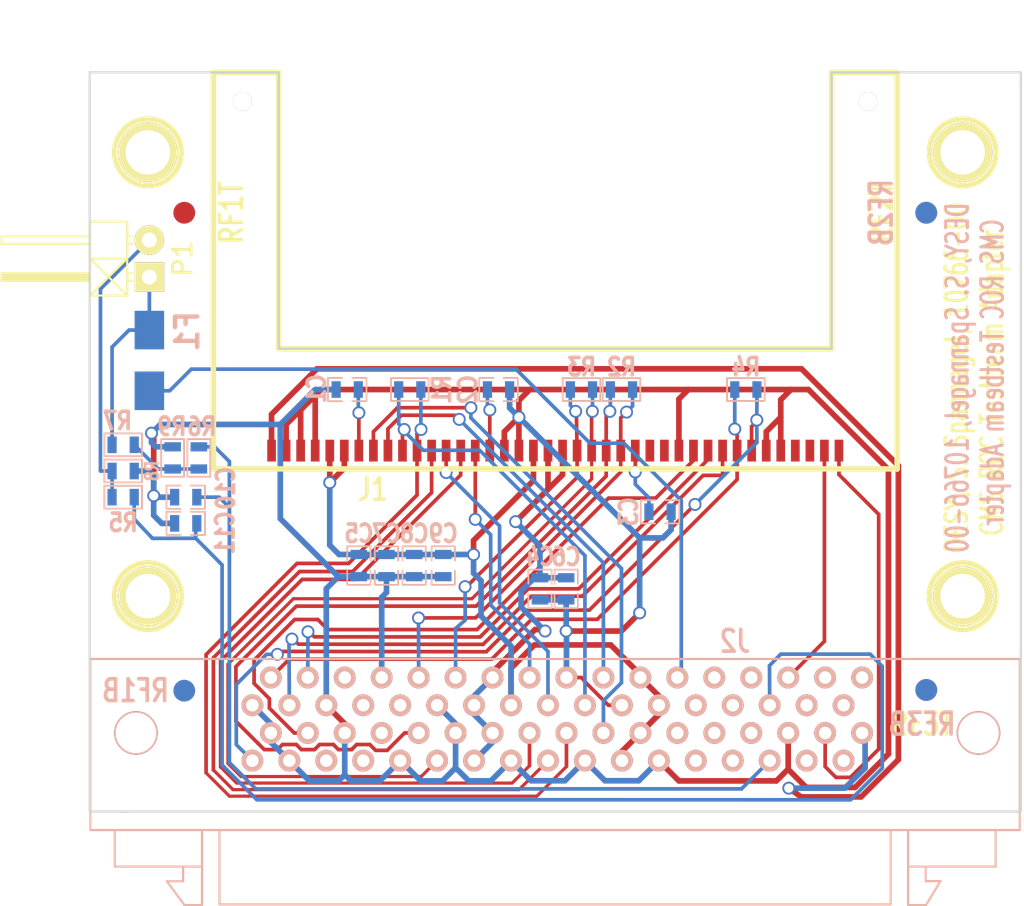
<source format=kicad_pcb>
(kicad_pcb (version 4) (host pcbnew "(2015-06-12 BZR 5734)-product")

  (general
    (links 95)
    (no_connects 4)
    (area 74.6 51.275 162.2 130.2)
    (thickness 1.6)
    (drawings 18)
    (tracks 485)
    (zones 0)
    (modules 34)
    (nets 58)
  )

  (page A4)
  (title_block
    (title "CMS ROC Testbeam Adapter")
    (date "Mi 08 Okt 2014")
    (rev 01)
    (company DESY)
  )

  (layers
    (0 F.Cu signal)
    (31 B.Cu signal)
    (32 B.Adhes user hide)
    (33 F.Adhes user hide)
    (34 B.Paste user)
    (35 F.Paste user)
    (36 B.SilkS user)
    (37 F.SilkS user)
    (38 B.Mask user)
    (39 F.Mask user)
    (40 Dwgs.User user)
    (41 Cmts.User user hide)
    (42 Eco1.User user hide)
    (43 Eco2.User user hide)
    (44 Edge.Cuts user)
  )

  (setup
    (last_trace_width 0.22)
    (user_trace_width 0.22)
    (user_trace_width 0.254)
    (user_trace_width 0.391)
    (trace_clearance 0.22)
    (zone_clearance 0.508)
    (zone_45_only yes)
    (trace_min 0.22)
    (segment_width 0.2)
    (edge_width 0.15)
    (via_size 0.889)
    (via_drill 0.635)
    (via_min_size 0.889)
    (via_min_drill 0.508)
    (uvia_size 0.508)
    (uvia_drill 0.127)
    (uvias_allowed no)
    (uvia_min_size 0.508)
    (uvia_min_drill 0.127)
    (pcb_text_width 0.3)
    (pcb_text_size 1 1)
    (mod_edge_width 0.15)
    (mod_text_size 1 1)
    (mod_text_width 0.15)
    (pad_size 1.5 1.5)
    (pad_drill 0)
    (pad_to_mask_clearance 0.07)
    (solder_mask_min_width 0.07)
    (aux_axis_origin 87 119)
    (grid_origin 87 119)
    (visible_elements FFFFFF7F)
    (pcbplotparams
      (layerselection 0x001fc_80000001)
      (usegerberextensions false)
      (excludeedgelayer true)
      (linewidth 0.150000)
      (plotframeref false)
      (viasonmask false)
      (mode 1)
      (useauxorigin false)
      (hpglpennumber 1)
      (hpglpenspeed 20)
      (hpglpendiameter 15)
      (hpglpenoverlay 2)
      (psnegative false)
      (psa4output false)
      (plotreference true)
      (plotvalue true)
      (plotinvisibletext false)
      (padsonsilk false)
      (subtractmaskfromsilk false)
      (outputformat 1)
      (mirror false)
      (drillshape 0)
      (scaleselection 1)
      (outputdirectory 10766-00-gerber-files/))
  )

  (net 0 "")
  (net 1 GND)
  (net 2 VA)
  (net 3 VD)
  (net 4 AIN1)
  (net 5 AIN0)
  (net 6 AIN2)
  (net 7 RTD-)
  (net 8 "Net-(C1-Pad2)")
  (net 9 "Net-(C2-Pad2)")
  (net 10 "Net-(C3-Pad2)")
  (net 11 RTD+)
  (net 12 "Net-(F1-Pad2)")
  (net 13 HV)
  (net 14 TOUT-)
  (net 15 TOUT+)
  (net 16 I2C_DAT-)
  (net 17 I2C_DAT+)
  (net 18 I2C_A0)
  (net 19 I2C_A1)
  (net 20 I2C_A2)
  (net 21 I2C_A3)
  (net 22 CLK-)
  (net 23 CLK+)
  (net 24 CTR-)
  (net 25 CTR+)
  (net 26 SOUT-)
  (net 27 SOUT+)
  (net 28 RESET)
  (net 29 TIN-)
  (net 30 TIN+)
  (net 31 "Net-(J2-Pad10)")
  (net 32 "Net-(J2-Pad11)")
  (net 33 "Net-(J2-Pad13)")
  (net 34 "Net-(J2-Pad14)")
  (net 35 "Net-(J2-Pad16)")
  (net 36 "Net-(J2-Pad17)")
  (net 37 "Net-(J2-Pad48)")
  (net 38 "Net-(J2-Pad49)")
  (net 39 "Net-(J2-Pad50)")
  (net 40 "Net-(J2-Pad51)")
  (net 41 "Net-(J2-Pad52)")
  (net 42 "Net-(J2-Pad53)")
  (net 43 "Net-(J2-Pad54)")
  (net 44 "Net-(J2-Pad55)")
  (net 45 "Net-(J2-Pad56)")
  (net 46 "Net-(J2-Pad61)")
  (net 47 "Net-(J2-Pad62)")
  (net 48 "Net-(J2-Pad63)")
  (net 49 "Net-(J2-Pad65)")
  (net 50 "Net-(J2-Pad66)")
  (net 51 "Net-(J2-Pad67)")
  (net 52 "Net-(R6-Pad2)")
  (net 53 "Net-(J1-Pad1)")
  (net 54 "Net-(J1-Pad3)")
  (net 55 "Net-(J1-Pad4)")
  (net 56 "Net-(J1-Pad13)")
  (net 57 "Net-(J1-Pad14)")

  (net_class Default "This is the default net class."
    (clearance 0.22)
    (trace_width 0.22)
    (via_dia 0.889)
    (via_drill 0.635)
    (uvia_dia 0.508)
    (uvia_drill 0.127)
    (add_net AIN0)
    (add_net AIN1)
    (add_net AIN2)
    (add_net CLK+)
    (add_net CLK-)
    (add_net CTR+)
    (add_net CTR-)
    (add_net GND)
    (add_net HV)
    (add_net I2C_A0)
    (add_net I2C_A1)
    (add_net I2C_A2)
    (add_net I2C_A3)
    (add_net I2C_DAT+)
    (add_net I2C_DAT-)
    (add_net "Net-(C1-Pad2)")
    (add_net "Net-(C2-Pad2)")
    (add_net "Net-(C3-Pad2)")
    (add_net "Net-(F1-Pad2)")
    (add_net "Net-(J1-Pad1)")
    (add_net "Net-(J1-Pad13)")
    (add_net "Net-(J1-Pad14)")
    (add_net "Net-(J1-Pad3)")
    (add_net "Net-(J1-Pad4)")
    (add_net "Net-(J2-Pad10)")
    (add_net "Net-(J2-Pad11)")
    (add_net "Net-(J2-Pad13)")
    (add_net "Net-(J2-Pad14)")
    (add_net "Net-(J2-Pad16)")
    (add_net "Net-(J2-Pad17)")
    (add_net "Net-(J2-Pad48)")
    (add_net "Net-(J2-Pad49)")
    (add_net "Net-(J2-Pad50)")
    (add_net "Net-(J2-Pad51)")
    (add_net "Net-(J2-Pad52)")
    (add_net "Net-(J2-Pad53)")
    (add_net "Net-(J2-Pad54)")
    (add_net "Net-(J2-Pad55)")
    (add_net "Net-(J2-Pad56)")
    (add_net "Net-(J2-Pad61)")
    (add_net "Net-(J2-Pad62)")
    (add_net "Net-(J2-Pad63)")
    (add_net "Net-(J2-Pad65)")
    (add_net "Net-(J2-Pad66)")
    (add_net "Net-(J2-Pad67)")
    (add_net "Net-(R6-Pad2)")
    (add_net RESET)
    (add_net RTD+)
    (add_net RTD-)
    (add_net SOUT+)
    (add_net SOUT-)
    (add_net TIN+)
    (add_net TIN-)
    (add_net TOUT+)
    (add_net TOUT-)
    (add_net VA)
    (add_net VD)
  )

  (net_class Thick ""
    (clearance 0.391)
    (trace_width 0.391)
    (via_dia 0.889)
    (via_drill 0.635)
    (uvia_dia 0.508)
    (uvia_drill 0.127)
  )

  (module Conn40:40_PIN_EDGE_CONNECTOR_MINI_CARD_BACKSIDE locked (layer B.Cu) (tedit 543FE01E) (tstamp 5433FD23)
    (at 119 94)
    (descr 40_PIN_EDGE_CONNECTOR_MINI_CARD_BACKSIDE)
    (tags "40 PIN EDGE CONNECTOR MINI CARD")
    (path /542D50A0)
    (attr smd)
    (fp_text reference J1 (at -12.55 2.65) (layer F.SilkS)
      (effects (font (size 1.5 1.2) (thickness 0.25)))
    )
    (fp_text value "" (at 0 -28.8925) (layer B.SilkS) hide
      (effects (font (thickness 0.3048)) (justify mirror))
    )
    (fp_line (start 18.9992 -25.99944) (end 23.50008 -25.99944) (layer F.SilkS) (width 0.381))
    (fp_line (start -18.9992 -25.99944) (end -23.50008 -25.99944) (layer F.SilkS) (width 0.381))
    (fp_line (start -18.9992 -7.00024) (end 18.9992 -7.00024) (layer F.SilkS) (width 0.381))
    (fp_line (start 23.50008 1.27076) (end 23.50008 -25.99944) (layer F.SilkS) (width 0.381))
    (fp_line (start 18.9992 -25.99944) (end 18.9992 -7.00024) (layer F.SilkS) (width 0.381))
    (fp_line (start -19.00174 -7.00024) (end -19.00174 -25.99944) (layer F.SilkS) (width 0.381))
    (fp_line (start -23.50008 -25.99944) (end -23.50008 1.27076) (layer F.SilkS) (width 0.381))
    (fp_line (start -23.50008 1.25476) (end 23.50008 1.25476) (layer F.SilkS) (width 0.381))
    (pad 1 smd rect (at 19.49958 0) (size 0.59944 1.50114) (layers F.Cu F.Paste F.Mask)
      (net 53 "Net-(J1-Pad1)"))
    (pad "" thru_hole circle (at -21.5011 -24.00046) (size 1.30048 1.30048) (drill 1.30048) (layers *.Cu *.Mask B.SilkS))
    (pad "" thru_hole circle (at 21.49856 -24.00046) (size 1.30048 1.30048) (drill 1.30048) (layers *.Cu *.Mask B.SilkS))
    (pad 2 smd rect (at 18.49882 0) (size 0.59944 1.50114) (layers F.Cu F.Paste F.Mask)
      (net 6 AIN2))
    (pad 3 smd rect (at 17.5006 0) (size 0.59944 1.50114) (layers F.Cu F.Paste F.Mask)
      (net 54 "Net-(J1-Pad3)"))
    (pad 4 smd rect (at 16.49984 0) (size 0.59944 1.50114) (layers F.Cu F.Paste F.Mask)
      (net 55 "Net-(J1-Pad4)"))
    (pad 5 smd rect (at 15.49908 0) (size 0.59944 1.50114) (layers F.Cu F.Paste F.Mask)
      (net 1 GND))
    (pad 6 smd rect (at 14.50086 0) (size 0.59944 1.50114) (layers F.Cu F.Paste F.Mask)
      (net 1 GND))
    (pad 7 smd rect (at 13.5001 0) (size 0.59944 1.50114) (layers F.Cu F.Paste F.Mask)
      (net 30 TIN+))
    (pad 8 smd rect (at 12.49934 0) (size 0.59944 1.50114) (layers F.Cu F.Paste F.Mask)
      (net 29 TIN-))
    (pad 9 smd rect (at 11.50112 0) (size 0.59944 1.50114) (layers F.Cu F.Paste F.Mask)
      (net 28 RESET))
    (pad 10 smd rect (at 10.50036 0) (size 0.59944 1.50114) (layers F.Cu F.Paste F.Mask)
      (net 27 SOUT+))
    (pad 11 smd rect (at 9.4996 0) (size 0.59944 1.50114) (layers F.Cu F.Paste F.Mask)
      (net 26 SOUT-))
    (pad 12 smd rect (at 8.49884 0) (size 0.59944 1.50114) (layers F.Cu F.Paste F.Mask)
      (net 1 GND))
    (pad 13 smd rect (at 7.50062 0) (size 0.59944 1.50114) (layers F.Cu F.Paste F.Mask)
      (net 56 "Net-(J1-Pad13)"))
    (pad 14 smd rect (at 6.49986 0) (size 0.59944 1.50114) (layers F.Cu F.Paste F.Mask)
      (net 57 "Net-(J1-Pad14)"))
    (pad 15 smd rect (at 5.4991 0) (size 0.59944 1.50114) (layers F.Cu F.Paste F.Mask)
      (net 10 "Net-(C3-Pad2)"))
    (pad 16 smd rect (at 4.50088 0) (size 0.59944 1.50114) (layers F.Cu F.Paste F.Mask)
      (net 25 CTR+))
    (pad 17 smd rect (at 3.50012 0) (size 0.59944 1.50114) (layers F.Cu F.Paste F.Mask)
      (net 24 CTR-))
    (pad 18 smd rect (at 2.49936 0) (size 0.59944 1.50114) (layers F.Cu F.Paste F.Mask)
      (net 23 CLK+))
    (pad 19 smd rect (at 1.50114 0) (size 0.59944 1.50114) (layers F.Cu F.Paste F.Mask)
      (net 22 CLK-))
    (pad 20 smd rect (at 0.50038 0) (size 0.59944 1.50114) (layers F.Cu F.Paste F.Mask)
      (net 2 VA))
    (pad 21 smd rect (at -0.50038 0) (size 0.59944 1.50114) (layers F.Cu F.Paste F.Mask)
      (net 2 VA))
    (pad 22 smd rect (at -1.50114 0) (size 0.59944 1.50114) (layers F.Cu F.Paste F.Mask)
      (net 3 VD))
    (pad 23 smd rect (at -2.49936 0) (size 0.59944 1.50114) (layers F.Cu F.Paste F.Mask)
      (net 1 GND))
    (pad 24 smd rect (at -3.50012 0) (size 0.59944 1.50114) (layers F.Cu F.Paste F.Mask)
      (net 1 GND))
    (pad 25 smd rect (at -4.50088 0) (size 0.59944 1.50114) (layers F.Cu F.Paste F.Mask)
      (net 9 "Net-(C2-Pad2)"))
    (pad 26 smd rect (at -5.4991 0) (size 0.59944 1.50114) (layers F.Cu F.Paste F.Mask)
      (net 21 I2C_A3))
    (pad 27 smd rect (at -6.49986 0) (size 0.59944 1.50114) (layers F.Cu F.Paste F.Mask)
      (net 20 I2C_A2))
    (pad 28 smd rect (at -7.50062 0) (size 0.59944 1.50114) (layers F.Cu F.Paste F.Mask)
      (net 19 I2C_A1))
    (pad 29 smd rect (at -8.49884 0) (size 0.59944 1.50114) (layers F.Cu F.Paste F.Mask)
      (net 18 I2C_A0))
    (pad 30 smd rect (at -9.4996 0) (size 0.59944 1.50114) (layers F.Cu F.Paste F.Mask)
      (net 17 I2C_DAT+))
    (pad 31 smd rect (at -10.50036 0) (size 0.59944 1.50114) (layers F.Cu F.Paste F.Mask)
      (net 16 I2C_DAT-))
    (pad 32 smd rect (at -11.50112 0) (size 0.59944 1.50114) (layers F.Cu F.Paste F.Mask)
      (net 15 TOUT+))
    (pad 33 smd rect (at -12.49934 0) (size 0.59944 1.50114) (layers F.Cu F.Paste F.Mask)
      (net 14 TOUT-))
    (pad 34 smd rect (at -13.5001 0) (size 0.59944 1.50114) (layers F.Cu F.Paste F.Mask)
      (net 8 "Net-(C1-Pad2)"))
    (pad 35 smd rect (at -14.50086 0) (size 0.59944 1.50114) (layers F.Cu F.Paste F.Mask)
      (net 3 VD))
    (pad 36 smd rect (at -15.49908 0) (size 0.59944 1.50114) (layers F.Cu F.Paste F.Mask)
      (net 3 VD))
    (pad 37 smd rect (at -16.49984 0) (size 0.59944 1.50114) (layers F.Cu F.Paste F.Mask)
      (net 1 GND))
    (pad 38 smd rect (at -17.5006 0) (size 0.59944 1.50114) (layers F.Cu F.Paste F.Mask)
      (net 1 GND))
    (pad 39 smd rect (at -18.49882 0) (size 0.59944 1.50114) (layers F.Cu F.Paste F.Mask)
      (net 1 GND))
    (pad 40 smd rect (at -19.49958 0) (size 0.59944 1.50114) (layers F.Cu F.Paste F.Mask)
      (net 13 HV))
  )

  (module Connect:1pin (layer B.Cu) (tedit 547C67A6) (tstamp 547C67ED)
    (at 93.5 110.5)
    (descr "module 1 pin (ou trou mecanique de percage)")
    (tags DEV)
    (attr smd)
    (fp_text reference RF1B (at -3.35 0) (layer B.SilkS)
      (effects (font (size 1.5 1.2) (thickness 0.254)) (justify mirror))
    )
    (fp_text value "" (at 0 -2.794) (layer B.SilkS) hide
      (effects (font (size 1.016 1.016) (thickness 0.254)) (justify mirror))
    )
    (pad 1 smd circle (at 0 0) (size 1.5 1.5) (layers B.Cu F.Paste F.Mask)
      (solder_mask_margin 0.75))
  )

  (module Connect:1pin (layer B.Cu) (tedit 547C6849) (tstamp 547C685D)
    (at 144.5 110.45)
    (descr "module 1 pin (ou trou mecanique de percage)")
    (tags DEV)
    (attr smd)
    (fp_text reference RF3B (at -0.3 2.35) (layer B.SilkS)
      (effects (font (size 1.5 1.2) (thickness 0.254)) (justify mirror))
    )
    (fp_text value "" (at 0 -2.794) (layer B.SilkS) hide
      (effects (font (size 1.016 1.016) (thickness 0.254)) (justify mirror))
    )
    (pad 1 smd circle (at 0 0) (size 1.5 1.5) (layers B.Cu F.Paste F.Mask)
      (solder_mask_margin 0.75))
  )

  (module Connect:1pin (layer B.Cu) (tedit 547C67F1) (tstamp 5435049C)
    (at 144.5 77.65)
    (descr "module 1 pin (ou trou mecanique de percage)")
    (tags DEV)
    (attr smd)
    (fp_text reference RF2B (at -3.1 0 90) (layer B.SilkS)
      (effects (font (size 1.5 1.2) (thickness 0.254)) (justify mirror))
    )
    (fp_text value "" (at 0 -2.794) (layer B.SilkS) hide
      (effects (font (size 1.016 1.016) (thickness 0.254)) (justify mirror))
    )
    (pad 1 smd circle (at 0 0) (size 1.5 1.5) (layers B.Cu F.Paste F.Mask)
      (solder_mask_margin 0.75))
  )

  (module Connect:1pin (layer F.Cu) (tedit 543FDFB3) (tstamp 543503F6)
    (at 144.5 110.45)
    (descr "module 1 pin (ou trou mecanique de percage)")
    (tags DEV)
    (attr smd)
    (fp_text reference RF3T (at -0.3 2.35) (layer F.SilkS)
      (effects (font (size 1.5 1.2) (thickness 0.254)))
    )
    (fp_text value "" (at 0 2.794) (layer F.SilkS) hide
      (effects (font (size 1.016 1.016) (thickness 0.254)))
    )
    (pad 1 smd circle (at 0 0) (size 1.5 1.5) (layers F.Cu F.Paste F.Mask)
      (solder_mask_margin 0.75))
  )

  (module Connect:1pin (layer F.Cu) (tedit 543FDFCA) (tstamp 543502D1)
    (at 144.5 77.65)
    (descr "module 1 pin (ou trou mecanique de percage)")
    (tags DEV)
    (attr smd)
    (fp_text reference RF2T (at -3.1 0 90) (layer F.SilkS)
      (effects (font (size 1.5 1.2) (thickness 0.254)))
    )
    (fp_text value "" (at 0 2.794) (layer F.SilkS) hide
      (effects (font (size 1.016 1.016) (thickness 0.254)))
    )
    (pad 1 smd circle (at 0 0) (size 1.5 1.5) (layers F.Cu F.Paste F.Mask)
      (solder_mask_margin 0.75))
  )

  (module Connect:1pin (layer F.Cu) (tedit 543FDFD2) (tstamp 5435023A)
    (at 93.5 77.65)
    (descr "module 1 pin (ou trou mecanique de percage)")
    (tags DEV)
    (solder_mask_margin 3)
    (attr smd)
    (fp_text reference RF1T (at 3.25 0 90) (layer F.SilkS)
      (effects (font (size 1.5 1.2) (thickness 0.254)))
    )
    (fp_text value "" (at 0 2.794) (layer F.SilkS) hide
      (effects (font (size 1.016 1.016) (thickness 0.254)))
    )
    (pad 1 smd circle (at 0 0) (size 1.5 1.5) (layers F.Cu F.Paste F.Mask)
      (solder_mask_margin 0.75))
  )

  (module Fuse_Holders_and_Fuses:Fuse_SMD1206_HandSoldering (layer B.Cu) (tedit 543FDF2B) (tstamp 5433D8D6)
    (at 91.1 87.8 270)
    (descr "Fuse, Sicherung, SMD1206, Littlefuse-Wickmann 433 Series, Hand Soldering,")
    (tags "Fuse, Sicherung, SMD1206,  Littlefuse-Wickmann 433 Series, Hand Soldering,")
    (path /53DF47B7)
    (attr smd)
    (fp_text reference F1 (at -2 -2.6 270) (layer B.SilkS)
      (effects (font (thickness 0.3048)) (justify mirror))
    )
    (fp_text value "" (at -0.14986 -2.49936 270) (layer B.SilkS) hide
      (effects (font (thickness 0.3048)) (justify mirror))
    )
    (pad 1 smd rect (at -2.08534 0 180) (size 2.02946 2.65176) (layers B.Cu B.Paste B.Mask)
      (net 11 RTD+))
    (pad 2 smd rect (at 2.08534 0 180) (size 2.02946 2.65176) (layers B.Cu B.Paste B.Mask)
      (net 12 "Net-(F1-Pad2)"))
  )

  (module Adapter:SCSI68 locked (layer B.Cu) (tedit 543FDEFF) (tstamp 53DFD7AD)
    (at 118.5 111.5 180)
    (path /53E9F7ED)
    (fp_text reference J2 (at -12.85 4.4 180) (layer B.SilkS)
      (effects (font (size 1.5 1.2) (thickness 0.25)) (justify mirror))
    )
    (fp_text value "" (at 0.05 -12.15 180) (layer B.SilkS) hide
      (effects (font (size 1 1) (thickness 0.15)) (justify mirror))
    )
    (fp_line (start 26.2 -12.1) (end 25.08 -12.1) (layer B.SilkS) (width 0.15))
    (fp_line (start 24.99 -13.73) (end 26.2 -12.1) (layer B.SilkS) (width 0.15))
    (fp_line (start 29.78 -8.6) (end 29.78 -11.09) (layer B.SilkS) (width 0.15))
    (fp_line (start 23.78 -11.09) (end 29.78 -11.09) (layer B.SilkS) (width 0.15))
    (fp_line (start 23.78 -8.6) (end 23.78 -13.66) (layer B.SilkS) (width 0.15))
    (fp_line (start 23.78 -13.74) (end 24.98 -13.74) (layer B.SilkS) (width 0.15))
    (fp_line (start 25.08 -11.09) (end 25.08 -12.09) (layer B.SilkS) (width 0.15))
    (fp_line (start -25.96 -11.09) (end -25.96 -12.09) (layer B.SilkS) (width 0.15))
    (fp_line (start -25.96 -12.09) (end -26.98 -12.09) (layer B.SilkS) (width 0.15))
    (fp_line (start -26.98 -12.09) (end -25.99 -13.72) (layer B.SilkS) (width 0.15))
    (fp_line (start -30.77 -8.58) (end -30.77 -11.09) (layer B.SilkS) (width 0.15))
    (fp_line (start -30.77 -11.09) (end -24.76 -11.09) (layer B.SilkS) (width 0.15))
    (fp_line (start -24.76 -13.74) (end -25.98 -13.74) (layer B.SilkS) (width 0.15))
    (fp_line (start -24.75 -8.6) (end -24.75 -13.74) (layer B.SilkS) (width 0.15))
    (fp_line (start 31.455 3.2) (end 31.455 -8.58) (layer B.SilkS) (width 0.15))
    (fp_line (start -32.425 -8.56) (end -32.425 3.18) (layer B.SilkS) (width 0.15))
    (fp_line (start 22.58 -13.69) (end 22.58 -8.62) (layer B.SilkS) (width 0.15))
    (fp_line (start -23.55 -13.67) (end -23.55 -8.58) (layer B.SilkS) (width 0.15))
    (fp_line (start -23.55 -13.69) (end 22.58 -13.69) (layer B.SilkS) (width 0.15))
    (fp_line (start -32.425 3.18) (end 31.455 3.18) (layer B.SilkS) (width 0.15))
    (fp_line (start -32.425 -8.58) (end 31.455 -8.58) (layer B.SilkS) (width 0.15))
    (fp_line (start -32.435 -7.31) (end 31.445 -7.31) (layer B.SilkS) (width 0.15))
    (fp_line (start 28.89 -7.31) (end 29.39 -7.31) (layer B.SilkS) (width 0.15))
    (pad 1 thru_hole circle (at 20.32 0 180) (size 1.5 1.5) (drill 0.86) (layers *.Cu *.Mask B.SilkS)
      (net 1 GND))
    (pad 2 thru_hole circle (at 20.32 -3.81 180) (size 1.5 1.5) (drill 0.86) (layers *.Cu *.Mask B.SilkS)
      (net 30 TIN+))
    (pad 3 thru_hole circle (at 19.05 1.905 180) (size 1.5 1.5) (drill 0.86) (layers *.Cu *.Mask B.SilkS)
      (net 29 TIN-))
    (pad 4 thru_hole circle (at 19.05 -1.905 180) (size 1.5 1.5) (drill 0.86) (layers *.Cu *.Mask B.SilkS)
      (net 1 GND))
    (pad 5 thru_hole circle (at 17.78 0 180) (size 1.5 1.5) (drill 0.86) (layers *.Cu *.Mask B.SilkS)
      (net 28 RESET))
    (pad 6 thru_hole circle (at 17.78 -3.81 180) (size 1.5 1.5) (drill 0.86) (layers *.Cu *.Mask B.SilkS)
      (net 1 GND))
    (pad 7 thru_hole circle (at 16.51 1.905 180) (size 1.5 1.5) (drill 0.86) (layers *.Cu *.Mask B.SilkS)
      (net 27 SOUT+))
    (pad 8 thru_hole circle (at 16.51 -1.905 180) (size 1.5 1.5) (drill 0.86) (layers *.Cu *.Mask B.SilkS)
      (net 26 SOUT-))
    (pad 9 thru_hole circle (at 15.24 0 180) (size 1.5 1.5) (drill 0.86) (layers *.Cu *.Mask B.SilkS)
      (net 1 GND))
    (pad 10 thru_hole circle (at 15.24 -3.81 180) (size 1.5 1.5) (drill 0.86) (layers *.Cu *.Mask B.SilkS)
      (net 31 "Net-(J2-Pad10)"))
    (pad 11 thru_hole circle (at 13.97 1.905 180) (size 1.5 1.5) (drill 0.86) (layers *.Cu *.Mask B.SilkS)
      (net 32 "Net-(J2-Pad11)"))
    (pad 12 thru_hole circle (at 13.97 -1.905 180) (size 1.5 1.5) (drill 0.86) (layers *.Cu *.Mask B.SilkS)
      (net 1 GND))
    (pad 13 thru_hole circle (at 12.7 0 180) (size 1.5 1.5) (drill 0.86) (layers *.Cu *.Mask B.SilkS)
      (net 33 "Net-(J2-Pad13)"))
    (pad 14 thru_hole circle (at 12.7 -3.81 180) (size 1.5 1.5) (drill 0.86) (layers *.Cu *.Mask B.SilkS)
      (net 34 "Net-(J2-Pad14)"))
    (pad 15 thru_hole circle (at 11.43 1.905 180) (size 1.5 1.5) (drill 0.86) (layers *.Cu *.Mask B.SilkS)
      (net 1 GND))
    (pad 16 thru_hole circle (at 11.43 -1.905 180) (size 1.5 1.5) (drill 0.86) (layers *.Cu *.Mask B.SilkS)
      (net 35 "Net-(J2-Pad16)"))
    (pad 17 thru_hole circle (at 10.16 0 180) (size 1.5 1.5) (drill 0.86) (layers *.Cu *.Mask B.SilkS)
      (net 36 "Net-(J2-Pad17)"))
    (pad 18 thru_hole circle (at 10.16 -3.81 180) (size 1.5 1.5) (drill 0.86) (layers *.Cu *.Mask B.SilkS)
      (net 1 GND))
    (pad 19 thru_hole circle (at 8.89 1.905 180) (size 1.5 1.5) (drill 0.86) (layers *.Cu *.Mask B.SilkS)
      (net 25 CTR+))
    (pad 20 thru_hole circle (at 8.89 -1.905 180) (size 1.5 1.5) (drill 0.86) (layers *.Cu *.Mask B.SilkS)
      (net 24 CTR-))
    (pad 21 thru_hole circle (at 7.62 0 180) (size 1.5 1.5) (drill 0.86) (layers *.Cu *.Mask B.SilkS)
      (net 1 GND))
    (pad 22 thru_hole circle (at 7.62 -3.81 180) (size 1.5 1.5) (drill 0.86) (layers *.Cu *.Mask B.SilkS)
      (net 23 CLK+))
    (pad 23 thru_hole circle (at 6.35 1.905 180) (size 1.5 1.5) (drill 0.86) (layers *.Cu *.Mask B.SilkS)
      (net 22 CLK-))
    (pad 24 thru_hole circle (at 6.35 -1.905 180) (size 1.5 1.5) (drill 0.86) (layers *.Cu *.Mask B.SilkS)
      (net 1 GND))
    (pad 25 thru_hole circle (at 5.08 0 180) (size 1.5 1.5) (drill 0.86) (layers *.Cu *.Mask B.SilkS)
      (net 2 VA))
    (pad 26 thru_hole circle (at 5.08 -3.81 180) (size 1.5 1.5) (drill 0.86) (layers *.Cu *.Mask B.SilkS)
      (net 2 VA))
    (pad 27 thru_hole circle (at 3.81 1.905 180) (size 1.5 1.5) (drill 0.86) (layers *.Cu *.Mask B.SilkS)
      (net 2 VA))
    (pad 28 thru_hole circle (at 3.81 -1.905 180) (size 1.5 1.5) (drill 0.86) (layers *.Cu *.Mask B.SilkS)
      (net 2 VA))
    (pad 29 thru_hole circle (at 2.54 0 180) (size 1.5 1.5) (drill 0.86) (layers *.Cu *.Mask B.SilkS)
      (net 3 VD))
    (pad 30 thru_hole circle (at 2.54 -3.81 180) (size 1.5 1.5) (drill 0.86) (layers *.Cu *.Mask B.SilkS)
      (net 1 GND))
    (pad 31 thru_hole circle (at 1.27 1.905 180) (size 1.5 1.5) (drill 0.86) (layers *.Cu *.Mask B.SilkS)
      (net 21 I2C_A3))
    (pad 32 thru_hole circle (at 1.27 -1.905 180) (size 1.5 1.5) (drill 0.86) (layers *.Cu *.Mask B.SilkS)
      (net 20 I2C_A2))
    (pad 33 thru_hole circle (at 0 0 180) (size 1.5 1.5) (drill 0.86) (layers *.Cu *.Mask B.SilkS)
      (net 19 I2C_A1))
    (pad 34 thru_hole circle (at 0 -3.81 180) (size 1.5 1.5) (drill 0.86) (layers *.Cu *.Mask B.SilkS)
      (net 18 I2C_A0))
    (pad 35 thru_hole circle (at -1.27 1.905 180) (size 1.5 1.5) (drill 0.86) (layers *.Cu *.Mask B.SilkS)
      (net 1 GND))
    (pad 36 thru_hole circle (at -1.27 -1.905 180) (size 1.5 1.5) (drill 0.86) (layers *.Cu *.Mask B.SilkS)
      (net 17 I2C_DAT+))
    (pad 37 thru_hole circle (at -2.54 0 180) (size 1.5 1.5) (drill 0.86) (layers *.Cu *.Mask B.SilkS)
      (net 16 I2C_DAT-))
    (pad 38 thru_hole circle (at -2.54 -3.81 180) (size 1.5 1.5) (drill 0.86) (layers *.Cu *.Mask B.SilkS)
      (net 1 GND))
    (pad 39 thru_hole circle (at -3.81 1.905 180) (size 1.5 1.5) (drill 0.86) (layers *.Cu *.Mask B.SilkS)
      (net 15 TOUT+))
    (pad 40 thru_hole circle (at -3.81 -1.905 180) (size 1.5 1.5) (drill 0.86) (layers *.Cu *.Mask B.SilkS)
      (net 14 TOUT-))
    (pad 41 thru_hole circle (at -5.08 0 180) (size 1.5 1.5) (drill 0.86) (layers *.Cu *.Mask B.SilkS)
      (net 1 GND))
    (pad 42 thru_hole circle (at -5.08 -3.81 180) (size 1.5 1.5) (drill 0.86) (layers *.Cu *.Mask B.SilkS)
      (net 3 VD))
    (pad 43 thru_hole circle (at -6.35 1.905 180) (size 1.5 1.5) (drill 0.86) (layers *.Cu *.Mask B.SilkS)
      (net 3 VD))
    (pad 44 thru_hole circle (at -6.35 -1.905 180) (size 1.5 1.5) (drill 0.86) (layers *.Cu *.Mask B.SilkS)
      (net 3 VD))
    (pad 45 thru_hole circle (at -7.62 0 180) (size 1.5 1.5) (drill 0.86) (layers *.Cu *.Mask B.SilkS)
      (net 3 VD))
    (pad 46 thru_hole circle (at -7.62 -3.81 180) (size 1.5 1.5) (drill 0.86) (layers *.Cu *.Mask B.SilkS)
      (net 1 GND))
    (pad 47 thru_hole circle (at -8.89 1.905 180) (size 1.5 1.5) (drill 0.86) (layers *.Cu *.Mask B.SilkS)
      (net 12 "Net-(F1-Pad2)"))
    (pad 48 thru_hole circle (at -8.89 -1.905 180) (size 1.5 1.5) (drill 0.86) (layers *.Cu *.Mask B.SilkS)
      (net 37 "Net-(J2-Pad48)"))
    (pad 49 thru_hole circle (at -10.16 0 180) (size 1.5 1.5) (drill 0.86) (layers *.Cu *.Mask B.SilkS)
      (net 38 "Net-(J2-Pad49)"))
    (pad 50 thru_hole circle (at -10.16 -3.81 180) (size 1.5 1.5) (drill 0.86) (layers *.Cu *.Mask B.SilkS)
      (net 39 "Net-(J2-Pad50)"))
    (pad 51 thru_hole circle (at -11.43 1.905 180) (size 1.5 1.5) (drill 0.86) (layers *.Cu *.Mask B.SilkS)
      (net 40 "Net-(J2-Pad51)"))
    (pad 52 thru_hole circle (at -11.43 -1.905 180) (size 1.5 1.5) (drill 0.86) (layers *.Cu *.Mask B.SilkS)
      (net 41 "Net-(J2-Pad52)"))
    (pad 53 thru_hole circle (at -12.7 0 180) (size 1.5 1.5) (drill 0.86) (layers *.Cu *.Mask B.SilkS)
      (net 42 "Net-(J2-Pad53)"))
    (pad 54 thru_hole circle (at -12.7 -3.81 180) (size 1.5 1.5) (drill 0.86) (layers *.Cu *.Mask B.SilkS)
      (net 43 "Net-(J2-Pad54)"))
    (pad 55 thru_hole circle (at -13.97 1.905 180) (size 1.5 1.5) (drill 0.86) (layers *.Cu *.Mask B.SilkS)
      (net 44 "Net-(J2-Pad55)"))
    (pad 56 thru_hole circle (at -13.97 -1.905 180) (size 1.5 1.5) (drill 0.86) (layers *.Cu *.Mask B.SilkS)
      (net 45 "Net-(J2-Pad56)"))
    (pad 57 thru_hole circle (at -15.24 0 180) (size 1.5 1.5) (drill 0.86) (layers *.Cu *.Mask B.SilkS)
      (net 5 AIN0))
    (pad 58 thru_hole circle (at -15.24 -3.81 180) (size 1.5 1.5) (drill 0.86) (layers *.Cu *.Mask B.SilkS)
      (net 4 AIN1))
    (pad 59 thru_hole circle (at -16.51 1.905 180) (size 1.5 1.5) (drill 0.86) (layers *.Cu *.Mask B.SilkS)
      (net 6 AIN2))
    (pad 60 thru_hole circle (at -16.51 -1.905 180) (size 1.5 1.5) (drill 0.86) (layers *.Cu *.Mask B.SilkS)
      (net 1 GND))
    (pad 61 thru_hole circle (at -17.78 0 180) (size 1.5 1.5) (drill 0.86) (layers *.Cu *.Mask B.SilkS)
      (net 46 "Net-(J2-Pad61)"))
    (pad 62 thru_hole circle (at -17.78 -3.81 180) (size 1.5 1.5) (drill 0.86) (layers *.Cu *.Mask B.SilkS)
      (net 47 "Net-(J2-Pad62)"))
    (pad 63 thru_hole circle (at -19.05 1.905 180) (size 1.5 1.5) (drill 0.86) (layers *.Cu *.Mask B.SilkS)
      (net 48 "Net-(J2-Pad63)"))
    (pad 64 thru_hole circle (at -19.05 -1.905 180) (size 1.5 1.5) (drill 0.86) (layers *.Cu *.Mask B.SilkS)
      (net 53 "Net-(J1-Pad1)"))
    (pad 65 thru_hole circle (at -20.32 0 180) (size 1.5 1.5) (drill 0.86) (layers *.Cu *.Mask B.SilkS)
      (net 49 "Net-(J2-Pad65)"))
    (pad 66 thru_hole circle (at -20.32 -3.81 180) (size 1.5 1.5) (drill 0.86) (layers *.Cu *.Mask B.SilkS)
      (net 50 "Net-(J2-Pad66)"))
    (pad 67 thru_hole circle (at -21.59 1.905 180) (size 1.5 1.5) (drill 0.86) (layers *.Cu *.Mask B.SilkS)
      (net 51 "Net-(J2-Pad67)"))
    (pad 68 thru_hole circle (at -21.59 -1.905 180) (size 1.5 1.5) (drill 0.86) (layers *.Cu *.Mask B.SilkS)
      (net 13 HV))
    (pad "" np_thru_hole circle (at -29.59 -1.905 180) (size 3 3) (drill 2.77) (layers *.Cu *.Mask B.SilkS))
    (pad "" np_thru_hole circle (at 28.32 -1.905 180) (size 3 3) (drill 2.77) (layers *.Cu *.Mask B.SilkS))
  )

  (module Connect:1pin locked (layer F.Cu) (tedit 543FDF54) (tstamp 53EA2078)
    (at 91 73.5)
    (descr "module 1 pin (ou trou mecanique de percage)")
    (tags DEV)
    (fp_text reference "" (at 0 -3.048) (layer F.SilkS) hide
      (effects (font (size 1.016 1.016) (thickness 0.254)))
    )
    (fp_text value "" (at 0 2.794) (layer F.SilkS) hide
      (effects (font (size 1.016 1.016) (thickness 0.254)))
    )
    (fp_circle (center 0 0) (end 0 -2.286) (layer F.SilkS) (width 0.381))
    (pad "" np_thru_hole circle (at 0 0) (size 4.064 4.064) (drill 3.048) (layers *.Cu *.Mask F.SilkS))
  )

  (module Connect:1pin locked (layer F.Cu) (tedit 543FDF63) (tstamp 53EA2071)
    (at 147 73.5)
    (descr "module 1 pin (ou trou mecanique de percage)")
    (tags DEV)
    (fp_text reference "" (at 0 -3.048) (layer F.SilkS) hide
      (effects (font (size 1.016 1.016) (thickness 0.254)))
    )
    (fp_text value "" (at 0 2.794) (layer F.SilkS) hide
      (effects (font (size 1.016 1.016) (thickness 0.254)))
    )
    (fp_circle (center 0 0) (end 0 -2.286) (layer F.SilkS) (width 0.381))
    (pad "" np_thru_hole circle (at 0 0) (size 4.064 4.064) (drill 3.048) (layers *.Cu *.Mask F.SilkS))
  )

  (module Connect:1pin locked (layer F.Cu) (tedit 543FDF7C) (tstamp 53EA206A)
    (at 91 104)
    (descr "module 1 pin (ou trou mecanique de percage)")
    (tags DEV)
    (fp_text reference "" (at 0 -3.048) (layer F.SilkS) hide
      (effects (font (size 1.016 1.016) (thickness 0.254)))
    )
    (fp_text value "" (at 0 2.794) (layer F.SilkS) hide
      (effects (font (size 1.016 1.016) (thickness 0.254)))
    )
    (fp_circle (center 0 0) (end 0 -2.286) (layer F.SilkS) (width 0.381))
    (pad "" np_thru_hole circle (at 0 0) (size 4.064 4.064) (drill 3.048) (layers *.Cu *.Mask F.SilkS))
  )

  (module Connect:1pin locked (layer F.Cu) (tedit 543FDF70) (tstamp 53EA2063)
    (at 147 104)
    (descr "module 1 pin (ou trou mecanique de percage)")
    (tags DEV)
    (fp_text reference "" (at 0 -3.048) (layer F.SilkS) hide
      (effects (font (size 1.016 1.016) (thickness 0.254)))
    )
    (fp_text value "" (at 0 2.794) (layer F.SilkS) hide
      (effects (font (size 1.016 1.016) (thickness 0.254)))
    )
    (fp_circle (center 0 0) (end 0 -2.286) (layer F.SilkS) (width 0.381))
    (pad "" np_thru_hole circle (at 0 0) (size 4.064 4.064) (drill 3.048) (layers *.Cu *.Mask F.SilkS))
  )

  (module SMD0603-new:SM0603 placed (layer B.Cu) (tedit 543FC715) (tstamp 53EA22BB)
    (at 89.3 95.4)
    (path /53D8A6FB)
    (attr smd)
    (fp_text reference R8 (at 2 0 90) (layer B.SilkS)
      (effects (font (size 0.9 0.7) (thickness 0.175)) (justify mirror))
    )
    (fp_text value "10k 0.1%" (at 0 0) (layer B.SilkS) hide
      (effects (font (size 0.508 0.4572) (thickness 0.1143)) (justify mirror))
    )
    (fp_line (start -1.293 0.785) (end 1.293 0.785) (layer B.SilkS) (width 0.127))
    (fp_line (start 1.293 0.785) (end 1.293 -0.785) (layer B.SilkS) (width 0.127))
    (fp_line (start 1.293 -0.785) (end -1.293 -0.785) (layer B.SilkS) (width 0.127))
    (fp_line (start -1.293 -0.785) (end -1.293 0.785) (layer B.SilkS) (width 0.127))
    (pad 1 smd rect (at -0.762 0) (size 0.635 1.143) (layers B.Cu B.Paste B.Mask)
      (net 7 RTD-))
    (pad 2 smd rect (at 0.762 0) (size 0.635 1.143) (layers B.Cu B.Paste B.Mask)
      (net 1 GND))
    (model smd\resistors\R0603.wrl
      (at (xyz 0 0 0.001))
      (scale (xyz 0.5 0.5 0.5))
      (rotate (xyz 0 0 0))
    )
  )

  (module SMD0603-new:SM0603 placed (layer B.Cu) (tedit 543FC720) (tstamp 53EA22DC)
    (at 89.3 97.2 180)
    (path /53D8A20F)
    (attr smd)
    (fp_text reference R5 (at 0 -1.75 180) (layer B.SilkS)
      (effects (font (size 1.2 1) (thickness 0.25)) (justify mirror))
    )
    (fp_text value "10k 5%" (at 0 0 180) (layer B.SilkS) hide
      (effects (font (size 0.508 0.4572) (thickness 0.1143)) (justify mirror))
    )
    (fp_line (start -1.293 0.785) (end 1.293 0.785) (layer B.SilkS) (width 0.127))
    (fp_line (start 1.293 0.785) (end 1.293 -0.785) (layer B.SilkS) (width 0.127))
    (fp_line (start 1.293 -0.785) (end -1.293 -0.785) (layer B.SilkS) (width 0.127))
    (fp_line (start -1.293 -0.785) (end -1.293 0.785) (layer B.SilkS) (width 0.127))
    (pad 1 smd rect (at -0.762 0 180) (size 0.635 1.143) (layers B.Cu B.Paste B.Mask)
      (net 5 AIN0))
    (pad 2 smd rect (at 0.762 0 180) (size 0.635 1.143) (layers B.Cu B.Paste B.Mask)
      (net 7 RTD-))
    (model smd\resistors\R0603.wrl
      (at (xyz 0 0 0.001))
      (scale (xyz 0.5 0.5 0.5))
      (rotate (xyz 0 0 0))
    )
  )

  (module SMD0603-new:SM0603 placed (layer B.Cu) (tedit 543FC6B9) (tstamp 53EA22B0)
    (at 92.7 94.5 90)
    (path /53D8A710)
    (attr smd)
    (fp_text reference R9 (at 2.15 -0.05 180) (layer B.SilkS)
      (effects (font (size 1.2 1) (thickness 0.25)) (justify mirror))
    )
    (fp_text value "10k 0.1%" (at 0 0 90) (layer B.SilkS) hide
      (effects (font (size 0.508 0.4572) (thickness 0.1143)) (justify mirror))
    )
    (fp_line (start -1.293 0.785) (end 1.293 0.785) (layer B.SilkS) (width 0.127))
    (fp_line (start 1.293 0.785) (end 1.293 -0.785) (layer B.SilkS) (width 0.127))
    (fp_line (start 1.293 -0.785) (end -1.293 -0.785) (layer B.SilkS) (width 0.127))
    (fp_line (start -1.293 -0.785) (end -1.293 0.785) (layer B.SilkS) (width 0.127))
    (pad 1 smd rect (at -0.762 0 90) (size 0.635 1.143) (layers B.Cu B.Paste B.Mask)
      (net 52 "Net-(R6-Pad2)"))
    (pad 2 smd rect (at 0.762 0 90) (size 0.635 1.143) (layers B.Cu B.Paste B.Mask)
      (net 1 GND))
    (model smd\resistors\R0603.wrl
      (at (xyz 0 0 0.001))
      (scale (xyz 0.5 0.5 0.5))
      (rotate (xyz 0 0 0))
    )
  )

  (module SMD0603-new:SM0603 placed (layer B.Cu) (tedit 543FC6B1) (tstamp 53EA22D1)
    (at 94.5 94.5 270)
    (path /53D8A244)
    (attr smd)
    (fp_text reference R6 (at -2.15 -0.2 360) (layer B.SilkS)
      (effects (font (size 1.2 1) (thickness 0.25)) (justify mirror))
    )
    (fp_text value "10k 5%" (at 0 0 270) (layer B.SilkS) hide
      (effects (font (size 0.508 0.4572) (thickness 0.1143)) (justify mirror))
    )
    (fp_line (start -1.293 0.785) (end 1.293 0.785) (layer B.SilkS) (width 0.127))
    (fp_line (start 1.293 0.785) (end 1.293 -0.785) (layer B.SilkS) (width 0.127))
    (fp_line (start 1.293 -0.785) (end -1.293 -0.785) (layer B.SilkS) (width 0.127))
    (fp_line (start -1.293 -0.785) (end -1.293 0.785) (layer B.SilkS) (width 0.127))
    (pad 1 smd rect (at -0.762 0 270) (size 0.635 1.143) (layers B.Cu B.Paste B.Mask)
      (net 4 AIN1))
    (pad 2 smd rect (at 0.762 0 270) (size 0.635 1.143) (layers B.Cu B.Paste B.Mask)
      (net 52 "Net-(R6-Pad2)"))
    (model smd\resistors\R0603.wrl
      (at (xyz 0 0 0.001))
      (scale (xyz 0.5 0.5 0.5))
      (rotate (xyz 0 0 0))
    )
  )

  (module SMD0603-new:SM0603 placed (layer B.Cu) (tedit 543FC815) (tstamp 53EA22F2)
    (at 120.8 89.8 180)
    (path /5391E300)
    (attr smd)
    (fp_text reference R3 (at 0 1.55 180) (layer B.SilkS)
      (effects (font (size 1.2 1) (thickness 0.25)) (justify mirror))
    )
    (fp_text value 100R (at 0 0 180) (layer B.SilkS) hide
      (effects (font (size 0.508 0.4572) (thickness 0.1143)) (justify mirror))
    )
    (fp_line (start -1.293 0.785) (end 1.293 0.785) (layer B.SilkS) (width 0.127))
    (fp_line (start 1.293 0.785) (end 1.293 -0.785) (layer B.SilkS) (width 0.127))
    (fp_line (start 1.293 -0.785) (end -1.293 -0.785) (layer B.SilkS) (width 0.127))
    (fp_line (start -1.293 -0.785) (end -1.293 0.785) (layer B.SilkS) (width 0.127))
    (pad 1 smd rect (at -0.762 0 180) (size 0.635 1.143) (layers B.Cu B.Paste B.Mask)
      (net 23 CLK+))
    (pad 2 smd rect (at 0.762 0 180) (size 0.635 1.143) (layers B.Cu B.Paste B.Mask)
      (net 22 CLK-))
    (model smd\resistors\R0603.wrl
      (at (xyz 0 0 0.001))
      (scale (xyz 0.5 0.5 0.5))
      (rotate (xyz 0 0 0))
    )
  )

  (module SMD0603-new:SM0603 placed (layer B.Cu) (tedit 543FC807) (tstamp 53EA22FD)
    (at 123.55 89.8 180)
    (path /5391E39C)
    (attr smd)
    (fp_text reference R2 (at 0 1.55 180) (layer B.SilkS)
      (effects (font (size 1.2 1) (thickness 0.25)) (justify mirror))
    )
    (fp_text value 100R (at 0 0 180) (layer B.SilkS) hide
      (effects (font (size 0.508 0.4572) (thickness 0.1143)) (justify mirror))
    )
    (fp_line (start -1.293 0.785) (end 1.293 0.785) (layer B.SilkS) (width 0.127))
    (fp_line (start 1.293 0.785) (end 1.293 -0.785) (layer B.SilkS) (width 0.127))
    (fp_line (start 1.293 -0.785) (end -1.293 -0.785) (layer B.SilkS) (width 0.127))
    (fp_line (start -1.293 -0.785) (end -1.293 0.785) (layer B.SilkS) (width 0.127))
    (pad 1 smd rect (at -0.762 0 180) (size 0.635 1.143) (layers B.Cu B.Paste B.Mask)
      (net 25 CTR+))
    (pad 2 smd rect (at 0.762 0 180) (size 0.635 1.143) (layers B.Cu B.Paste B.Mask)
      (net 24 CTR-))
    (model smd\resistors\R0603.wrl
      (at (xyz 0 0 0.001))
      (scale (xyz 0.5 0.5 0.5))
      (rotate (xyz 0 0 0))
    )
  )

  (module SMD0603-new:SM0603 placed (layer B.Cu) (tedit 543FC7F8) (tstamp 53EA22E7)
    (at 132.1 89.8 180)
    (path /5391E4B4)
    (attr smd)
    (fp_text reference R4 (at 0 1.55 180) (layer B.SilkS)
      (effects (font (size 1.2 1) (thickness 0.25)) (justify mirror))
    )
    (fp_text value 100R (at 0 0 180) (layer B.SilkS) hide
      (effects (font (size 0.508 0.4572) (thickness 0.1143)) (justify mirror))
    )
    (fp_line (start -1.293 0.785) (end 1.293 0.785) (layer B.SilkS) (width 0.127))
    (fp_line (start 1.293 0.785) (end 1.293 -0.785) (layer B.SilkS) (width 0.127))
    (fp_line (start 1.293 -0.785) (end -1.293 -0.785) (layer B.SilkS) (width 0.127))
    (fp_line (start -1.293 -0.785) (end -1.293 0.785) (layer B.SilkS) (width 0.127))
    (pad 1 smd rect (at -0.762 0 180) (size 0.635 1.143) (layers B.Cu B.Paste B.Mask)
      (net 30 TIN+))
    (pad 2 smd rect (at 0.762 0 180) (size 0.635 1.143) (layers B.Cu B.Paste B.Mask)
      (net 29 TIN-))
    (model smd\resistors\R0603.wrl
      (at (xyz 0 0 0.001))
      (scale (xyz 0.5 0.5 0.5))
      (rotate (xyz 0 0 0))
    )
  )

  (module SMD0603-new:SM0603_Capa placed (layer B.Cu) (tedit 543FC7AC) (tstamp 53EA233C)
    (at 109.3 101.9 270)
    (path /5391DD75)
    (attr smd)
    (fp_text reference C8 (at -2.2 0 360) (layer B.SilkS)
      (effects (font (size 1.2 1) (thickness 0.25)) (justify mirror))
    )
    (fp_text value 100nF (at 1.85 0 360) (layer B.SilkS) hide
      (effects (font (size 0.508 0.4572) (thickness 0.1143)) (justify mirror))
    )
    (fp_line (start 0.35038 -0.80024) (end 1.31888 -0.80024) (layer B.SilkS) (width 0.11938))
    (fp_line (start -0.35038 -0.80024) (end -1.31888 -0.80024) (layer B.SilkS) (width 0.11938))
    (fp_line (start 0.35038 0.80024) (end 1.31888 0.80024) (layer B.SilkS) (width 0.11938))
    (fp_line (start -1.31888 0.80024) (end -0.35038 0.80024) (layer B.SilkS) (width 0.11938))
    (fp_line (start 1.32388 0.785) (end 1.32388 -0.785) (layer B.SilkS) (width 0.11938))
    (fp_line (start -1.32388 -0.785) (end -1.32388 0.785) (layer B.SilkS) (width 0.11938))
    (pad 1 smd rect (at -0.762 0 270) (size 0.635 1.143) (layers B.Cu B.Paste B.Mask)
      (net 3 VD))
    (pad 2 smd rect (at 0.762 0 270) (size 0.635 1.143) (layers B.Cu B.Paste B.Mask)
      (net 1 GND))
    (model smd\capacitors\C0603.wrl
      (at (xyz 0 0 0.001))
      (scale (xyz 0.5 0.5 0.5))
      (rotate (xyz 0 0 0))
    )
  )

  (module SMD0603-new:SM0603_Capa placed (layer B.Cu) (tedit 543FC793) (tstamp 53EA2363)
    (at 105.5 101.9 270)
    (path /5391DD61)
    (attr smd)
    (fp_text reference C5 (at -2.2 0 360) (layer B.SilkS)
      (effects (font (size 1.2 1) (thickness 0.25)) (justify mirror))
    )
    (fp_text value 100nF (at 1.85 0 360) (layer B.SilkS) hide
      (effects (font (size 0.508 0.4572) (thickness 0.1143)) (justify mirror))
    )
    (fp_line (start 0.35038 -0.80024) (end 1.31888 -0.80024) (layer B.SilkS) (width 0.11938))
    (fp_line (start -0.35038 -0.80024) (end -1.31888 -0.80024) (layer B.SilkS) (width 0.11938))
    (fp_line (start 0.35038 0.80024) (end 1.31888 0.80024) (layer B.SilkS) (width 0.11938))
    (fp_line (start -1.31888 0.80024) (end -0.35038 0.80024) (layer B.SilkS) (width 0.11938))
    (fp_line (start 1.32388 0.785) (end 1.32388 -0.785) (layer B.SilkS) (width 0.11938))
    (fp_line (start -1.32388 -0.785) (end -1.32388 0.785) (layer B.SilkS) (width 0.11938))
    (pad 1 smd rect (at -0.762 0 270) (size 0.635 1.143) (layers B.Cu B.Paste B.Mask)
      (net 3 VD))
    (pad 2 smd rect (at 0.762 0 270) (size 0.635 1.143) (layers B.Cu B.Paste B.Mask)
      (net 1 GND))
    (model smd\capacitors\C0603.wrl
      (at (xyz 0 0 0.001))
      (scale (xyz 0.5 0.5 0.5))
      (rotate (xyz 0 0 0))
    )
  )

  (module SMD0603-new:SM0603_Capa placed (layer B.Cu) (tedit 543FC7BE) (tstamp 53EA232F)
    (at 111.3 101.9 270)
    (path /5391DD79)
    (attr smd)
    (fp_text reference C9 (at -2.2 0 360) (layer B.SilkS)
      (effects (font (size 1.2 1) (thickness 0.25)) (justify mirror))
    )
    (fp_text value 1uF (at 1.85 0 360) (layer B.SilkS) hide
      (effects (font (size 0.508 0.4572) (thickness 0.1143)) (justify mirror))
    )
    (fp_line (start 0.35038 -0.80024) (end 1.31888 -0.80024) (layer B.SilkS) (width 0.11938))
    (fp_line (start -0.35038 -0.80024) (end -1.31888 -0.80024) (layer B.SilkS) (width 0.11938))
    (fp_line (start 0.35038 0.80024) (end 1.31888 0.80024) (layer B.SilkS) (width 0.11938))
    (fp_line (start -1.31888 0.80024) (end -0.35038 0.80024) (layer B.SilkS) (width 0.11938))
    (fp_line (start 1.32388 0.785) (end 1.32388 -0.785) (layer B.SilkS) (width 0.11938))
    (fp_line (start -1.32388 -0.785) (end -1.32388 0.785) (layer B.SilkS) (width 0.11938))
    (pad 1 smd rect (at -0.762 0 270) (size 0.635 1.143) (layers B.Cu B.Paste B.Mask)
      (net 3 VD))
    (pad 2 smd rect (at 0.762 0 270) (size 0.635 1.143) (layers B.Cu B.Paste B.Mask)
      (net 1 GND))
    (model smd\capacitors\C0603.wrl
      (at (xyz 0 0 0.001))
      (scale (xyz 0.5 0.5 0.5))
      (rotate (xyz 0 0 0))
    )
  )

  (module SMD0603-new:SM0603_Capa placed (layer B.Cu) (tedit 543FC7CE) (tstamp 53EA2370)
    (at 117.95 103.5 270)
    (path /5391DE4B)
    (attr smd)
    (fp_text reference C4 (at -2.2 0 360) (layer B.SilkS)
      (effects (font (size 1.2 1) (thickness 0.25)) (justify mirror))
    )
    (fp_text value 100nF (at 1.85 0 360) (layer B.SilkS) hide
      (effects (font (size 0.508 0.4572) (thickness 0.1143)) (justify mirror))
    )
    (fp_line (start 0.35038 -0.80024) (end 1.31888 -0.80024) (layer B.SilkS) (width 0.11938))
    (fp_line (start -0.35038 -0.80024) (end -1.31888 -0.80024) (layer B.SilkS) (width 0.11938))
    (fp_line (start 0.35038 0.80024) (end 1.31888 0.80024) (layer B.SilkS) (width 0.11938))
    (fp_line (start -1.31888 0.80024) (end -0.35038 0.80024) (layer B.SilkS) (width 0.11938))
    (fp_line (start 1.32388 0.785) (end 1.32388 -0.785) (layer B.SilkS) (width 0.11938))
    (fp_line (start -1.32388 -0.785) (end -1.32388 0.785) (layer B.SilkS) (width 0.11938))
    (pad 1 smd rect (at -0.762 0 270) (size 0.635 1.143) (layers B.Cu B.Paste B.Mask)
      (net 2 VA))
    (pad 2 smd rect (at 0.762 0 270) (size 0.635 1.143) (layers B.Cu B.Paste B.Mask)
      (net 1 GND))
    (model smd\capacitors\C0603.wrl
      (at (xyz 0 0 0.001))
      (scale (xyz 0.5 0.5 0.5))
      (rotate (xyz 0 0 0))
    )
  )

  (module SMD0603-new:SM0603_Capa placed (layer B.Cu) (tedit 543FC7DB) (tstamp 53EA2356)
    (at 119.75 103.5 270)
    (path /5391DE88)
    (attr smd)
    (fp_text reference C6 (at -2.2 0 360) (layer B.SilkS)
      (effects (font (size 1.2 1) (thickness 0.25)) (justify mirror))
    )
    (fp_text value 1uF (at 1.85 0 360) (layer B.SilkS) hide
      (effects (font (size 0.508 0.4572) (thickness 0.1143)) (justify mirror))
    )
    (fp_line (start 0.35038 -0.80024) (end 1.31888 -0.80024) (layer B.SilkS) (width 0.11938))
    (fp_line (start -0.35038 -0.80024) (end -1.31888 -0.80024) (layer B.SilkS) (width 0.11938))
    (fp_line (start 0.35038 0.80024) (end 1.31888 0.80024) (layer B.SilkS) (width 0.11938))
    (fp_line (start -1.31888 0.80024) (end -0.35038 0.80024) (layer B.SilkS) (width 0.11938))
    (fp_line (start 1.32388 0.785) (end 1.32388 -0.785) (layer B.SilkS) (width 0.11938))
    (fp_line (start -1.32388 -0.785) (end -1.32388 0.785) (layer B.SilkS) (width 0.11938))
    (pad 1 smd rect (at -0.762 0 270) (size 0.635 1.143) (layers B.Cu B.Paste B.Mask)
      (net 2 VA))
    (pad 2 smd rect (at 0.762 0 270) (size 0.635 1.143) (layers B.Cu B.Paste B.Mask)
      (net 1 GND))
    (model smd\capacitors\C0603.wrl
      (at (xyz 0 0 0.001))
      (scale (xyz 0.5 0.5 0.5))
      (rotate (xyz 0 0 0))
    )
  )

  (module SMD0603-new:SM0603_Capa placed (layer B.Cu) (tedit 543FDEDD) (tstamp 53EA237D)
    (at 126.2 98.2 180)
    (path /5391E40D)
    (attr smd)
    (fp_text reference C3 (at 2.15 0 270) (layer B.SilkS)
      (effects (font (size 1.2 1) (thickness 0.25)) (justify mirror))
    )
    (fp_text value 100nF (at -1.85 0 270) (layer B.SilkS) hide
      (effects (font (size 0.508 0.4572) (thickness 0.1143)) (justify mirror))
    )
    (fp_line (start 0.35038 -0.80024) (end 1.31888 -0.80024) (layer B.SilkS) (width 0.11938))
    (fp_line (start -0.35038 -0.80024) (end -1.31888 -0.80024) (layer B.SilkS) (width 0.11938))
    (fp_line (start 0.35038 0.80024) (end 1.31888 0.80024) (layer B.SilkS) (width 0.11938))
    (fp_line (start -1.31888 0.80024) (end -0.35038 0.80024) (layer B.SilkS) (width 0.11938))
    (fp_line (start 1.32388 0.785) (end 1.32388 -0.785) (layer B.SilkS) (width 0.11938))
    (fp_line (start -1.32388 -0.785) (end -1.32388 0.785) (layer B.SilkS) (width 0.11938))
    (pad 1 smd rect (at -0.762 0 180) (size 0.635 1.143) (layers B.Cu B.Paste B.Mask)
      (net 1 GND))
    (pad 2 smd rect (at 0.762 0 180) (size 0.635 1.143) (layers B.Cu B.Paste B.Mask)
      (net 10 "Net-(C3-Pad2)"))
    (model smd\capacitors\C0603.wrl
      (at (xyz 0 0 0.001))
      (scale (xyz 0.5 0.5 0.5))
      (rotate (xyz 0 0 0))
    )
  )

  (module SMD0603-new:SM0603_Capa placed (layer B.Cu) (tedit 543FDEB9) (tstamp 53EA238A)
    (at 115.1 89.8 180)
    (path /5391E24E)
    (attr smd)
    (fp_text reference C2 (at 2.1 0 270) (layer B.SilkS)
      (effects (font (size 1.2 1) (thickness 0.25)) (justify mirror))
    )
    (fp_text value 100nF (at -1.85 0.05 270) (layer B.SilkS) hide
      (effects (font (size 0.508 0.4572) (thickness 0.1143)) (justify mirror))
    )
    (fp_line (start 0.35038 -0.80024) (end 1.31888 -0.80024) (layer B.SilkS) (width 0.11938))
    (fp_line (start -0.35038 -0.80024) (end -1.31888 -0.80024) (layer B.SilkS) (width 0.11938))
    (fp_line (start 0.35038 0.80024) (end 1.31888 0.80024) (layer B.SilkS) (width 0.11938))
    (fp_line (start -1.31888 0.80024) (end -0.35038 0.80024) (layer B.SilkS) (width 0.11938))
    (fp_line (start 1.32388 0.785) (end 1.32388 -0.785) (layer B.SilkS) (width 0.11938))
    (fp_line (start -1.32388 -0.785) (end -1.32388 0.785) (layer B.SilkS) (width 0.11938))
    (pad 1 smd rect (at -0.762 0 180) (size 0.635 1.143) (layers B.Cu B.Paste B.Mask)
      (net 1 GND))
    (pad 2 smd rect (at 0.762 0 180) (size 0.635 1.143) (layers B.Cu B.Paste B.Mask)
      (net 9 "Net-(C2-Pad2)"))
    (model smd\capacitors\C0603.wrl
      (at (xyz 0 0 0.001))
      (scale (xyz 0.5 0.5 0.5))
      (rotate (xyz 0 0 0))
    )
  )

  (module SMD0603-new:SM0603 placed (layer B.Cu) (tedit 543FC84A) (tstamp 53EA2308)
    (at 109 89.8 180)
    (path /5391E1C7)
    (attr smd)
    (fp_text reference R1 (at -2.2 0 270) (layer B.SilkS)
      (effects (font (size 1.2 1) (thickness 0.25)) (justify mirror))
    )
    (fp_text value 100R (at 0 0 180) (layer B.SilkS) hide
      (effects (font (size 0.508 0.4572) (thickness 0.1143)) (justify mirror))
    )
    (fp_line (start -1.293 0.785) (end 1.293 0.785) (layer B.SilkS) (width 0.127))
    (fp_line (start 1.293 0.785) (end 1.293 -0.785) (layer B.SilkS) (width 0.127))
    (fp_line (start 1.293 -0.785) (end -1.293 -0.785) (layer B.SilkS) (width 0.127))
    (fp_line (start -1.293 -0.785) (end -1.293 0.785) (layer B.SilkS) (width 0.127))
    (pad 1 smd rect (at -0.762 0 180) (size 0.635 1.143) (layers B.Cu B.Paste B.Mask)
      (net 17 I2C_DAT+))
    (pad 2 smd rect (at 0.762 0 180) (size 0.635 1.143) (layers B.Cu B.Paste B.Mask)
      (net 16 I2C_DAT-))
    (model smd\resistors\R0603.wrl
      (at (xyz 0 0 0.001))
      (scale (xyz 0.5 0.5 0.5))
      (rotate (xyz 0 0 0))
    )
  )

  (module SMD0603-new:SM0603_Capa placed (layer B.Cu) (tedit 543FC85D) (tstamp 542D62CA)
    (at 104.7 89.8)
    (path /5391DEE8)
    (attr smd)
    (fp_text reference C1 (at -2.1 -0.05 90) (layer B.SilkS)
      (effects (font (size 1.2 1) (thickness 0.25)) (justify mirror))
    )
    (fp_text value 100nF (at 1.85 0 90) (layer B.SilkS) hide
      (effects (font (size 0.508 0.4572) (thickness 0.1143)) (justify mirror))
    )
    (fp_line (start 0.35038 -0.80024) (end 1.31888 -0.80024) (layer B.SilkS) (width 0.11938))
    (fp_line (start -0.35038 -0.80024) (end -1.31888 -0.80024) (layer B.SilkS) (width 0.11938))
    (fp_line (start 0.35038 0.80024) (end 1.31888 0.80024) (layer B.SilkS) (width 0.11938))
    (fp_line (start -1.31888 0.80024) (end -0.35038 0.80024) (layer B.SilkS) (width 0.11938))
    (fp_line (start 1.32388 0.785) (end 1.32388 -0.785) (layer B.SilkS) (width 0.11938))
    (fp_line (start -1.32388 -0.785) (end -1.32388 0.785) (layer B.SilkS) (width 0.11938))
    (pad 1 smd rect (at -0.762 0) (size 0.635 1.143) (layers B.Cu B.Paste B.Mask)
      (net 1 GND))
    (pad 2 smd rect (at 0.762 0) (size 0.635 1.143) (layers B.Cu B.Paste B.Mask)
      (net 8 "Net-(C1-Pad2)"))
    (model smd\capacitors\C0603.wrl
      (at (xyz 0 0 0.001))
      (scale (xyz 0.5 0.5 0.5))
      (rotate (xyz 0 0 0))
    )
  )

  (module SMD0603-new:SM0603_Capa placed (layer B.Cu) (tedit 543FC6C8) (tstamp 5434E64E)
    (at 93.6 97.2 180)
    (path /53D8A1B7)
    (attr smd)
    (fp_text reference C10 (at -2.75 0.6 270) (layer B.SilkS)
      (effects (font (size 1.2 1) (thickness 0.25)) (justify mirror))
    )
    (fp_text value 100n (at 1.85 0 270) (layer B.SilkS) hide
      (effects (font (size 0.508 0.4572) (thickness 0.1143)) (justify mirror))
    )
    (fp_line (start 0.35038 -0.80024) (end 1.31888 -0.80024) (layer B.SilkS) (width 0.11938))
    (fp_line (start -0.35038 -0.80024) (end -1.31888 -0.80024) (layer B.SilkS) (width 0.11938))
    (fp_line (start 0.35038 0.80024) (end 1.31888 0.80024) (layer B.SilkS) (width 0.11938))
    (fp_line (start -1.31888 0.80024) (end -0.35038 0.80024) (layer B.SilkS) (width 0.11938))
    (fp_line (start 1.32388 0.785) (end 1.32388 -0.785) (layer B.SilkS) (width 0.11938))
    (fp_line (start -1.32388 -0.785) (end -1.32388 0.785) (layer B.SilkS) (width 0.11938))
    (pad 1 smd rect (at -0.762 0 180) (size 0.635 1.143) (layers B.Cu B.Paste B.Mask)
      (net 4 AIN1))
    (pad 2 smd rect (at 0.762 0 180) (size 0.635 1.143) (layers B.Cu B.Paste B.Mask)
      (net 1 GND))
    (model smd\capacitors\C0603.wrl
      (at (xyz 0 0 0.001))
      (scale (xyz 0.5 0.5 0.5))
      (rotate (xyz 0 0 0))
    )
  )

  (module SMD0603-new:SM0603_Capa placed (layer B.Cu) (tedit 543FC6D7) (tstamp 53EA2315)
    (at 93.6 99 180)
    (path /53D8A1DA)
    (attr smd)
    (fp_text reference C11 (at -2.7 -0.65 270) (layer B.SilkS)
      (effects (font (size 1.2 1) (thickness 0.25)) (justify mirror))
    )
    (fp_text value 100n (at 1.85 0 270) (layer B.SilkS) hide
      (effects (font (size 0.508 0.4572) (thickness 0.1143)) (justify mirror))
    )
    (fp_line (start 0.35038 -0.80024) (end 1.31888 -0.80024) (layer B.SilkS) (width 0.11938))
    (fp_line (start -0.35038 -0.80024) (end -1.31888 -0.80024) (layer B.SilkS) (width 0.11938))
    (fp_line (start 0.35038 0.80024) (end 1.31888 0.80024) (layer B.SilkS) (width 0.11938))
    (fp_line (start -1.31888 0.80024) (end -0.35038 0.80024) (layer B.SilkS) (width 0.11938))
    (fp_line (start 1.32388 0.785) (end 1.32388 -0.785) (layer B.SilkS) (width 0.11938))
    (fp_line (start -1.32388 -0.785) (end -1.32388 0.785) (layer B.SilkS) (width 0.11938))
    (pad 1 smd rect (at -0.762 0 180) (size 0.635 1.143) (layers B.Cu B.Paste B.Mask)
      (net 5 AIN0))
    (pad 2 smd rect (at 0.762 0 180) (size 0.635 1.143) (layers B.Cu B.Paste B.Mask)
      (net 1 GND))
    (model smd\capacitors\C0603.wrl
      (at (xyz 0 0 0.001))
      (scale (xyz 0.5 0.5 0.5))
      (rotate (xyz 0 0 0))
    )
  )

  (module Pin_Headers:Pin_Header_Angled_1x02 (layer F.Cu) (tedit 543FDFEF) (tstamp 5433D8EC)
    (at 91.1 80.8 90)
    (descr "Through hole pin header")
    (tags "pin header")
    (path /5406D80B)
    (fp_text reference P1 (at 0 2.286 90) (layer F.SilkS)
      (effects (font (size 1.27 1.27) (thickness 0.2032)))
    )
    (fp_text value "" (at 0 0 90) (layer F.SilkS) hide
      (effects (font (size 1.27 1.27) (thickness 0.2032)))
    )
    (fp_line (start 0 -4.064) (end -2.54 -1.524) (layer F.SilkS) (width 0.15))
    (fp_line (start -2.54 -4.064) (end 0 -1.524) (layer F.SilkS) (width 0.15))
    (fp_line (start -1.397 -4.191) (end -1.397 -10.033) (layer F.SilkS) (width 0.15))
    (fp_line (start -1.397 -10.033) (end -1.143 -10.033) (layer F.SilkS) (width 0.15))
    (fp_line (start -1.143 -10.033) (end -1.143 -4.191) (layer F.SilkS) (width 0.15))
    (fp_line (start -1.143 -4.191) (end -1.27 -4.191) (layer F.SilkS) (width 0.15))
    (fp_line (start -1.27 -4.191) (end -1.27 -10.033) (layer F.SilkS) (width 0.15))
    (fp_line (start -1.524 -1.524) (end -1.524 -1.143) (layer F.SilkS) (width 0.15))
    (fp_line (start -1.016 -1.524) (end -1.016 -1.143) (layer F.SilkS) (width 0.15))
    (fp_line (start 1.016 -1.524) (end 1.016 -1.143) (layer F.SilkS) (width 0.15))
    (fp_line (start 1.524 -1.524) (end 1.524 -1.143) (layer F.SilkS) (width 0.15))
    (fp_line (start -2.54 -1.524) (end -2.54 -4.064) (layer F.SilkS) (width 0.15))
    (fp_line (start 0 -1.524) (end 0 -4.064) (layer F.SilkS) (width 0.15))
    (fp_line (start 0 -1.524) (end 2.54 -1.524) (layer F.SilkS) (width 0.15))
    (fp_line (start 2.54 -1.524) (end 2.54 -4.064) (layer F.SilkS) (width 0.15))
    (fp_line (start 1.016 -4.064) (end 1.016 -10.16) (layer F.SilkS) (width 0.15))
    (fp_line (start 1.016 -10.16) (end 1.524 -10.16) (layer F.SilkS) (width 0.15))
    (fp_line (start 1.524 -10.16) (end 1.524 -4.064) (layer F.SilkS) (width 0.15))
    (fp_line (start 2.54 -4.064) (end 0 -4.064) (layer F.SilkS) (width 0.15))
    (fp_line (start 0 -4.064) (end -2.54 -4.064) (layer F.SilkS) (width 0.15))
    (fp_line (start -1.016 -10.16) (end -1.016 -4.064) (layer F.SilkS) (width 0.15))
    (fp_line (start -1.524 -10.16) (end -1.016 -10.16) (layer F.SilkS) (width 0.15))
    (fp_line (start -1.524 -4.064) (end -1.524 -10.16) (layer F.SilkS) (width 0.15))
    (fp_line (start 0 -1.524) (end 0 -4.064) (layer F.SilkS) (width 0.15))
    (fp_line (start -2.54 -1.524) (end 0 -1.524) (layer F.SilkS) (width 0.15))
    (pad 1 thru_hole rect (at -1.27 0 90) (size 2.032 2.032) (drill 1.016) (layers *.Cu *.Mask F.SilkS)
      (net 11 RTD+))
    (pad 2 thru_hole oval (at 1.27 0 90) (size 2.032 2.032) (drill 1.016) (layers *.Cu *.Mask F.SilkS)
      (net 7 RTD-))
    (model Pin_Headers/Pin_Header_Angled_1x02.wrl
      (at (xyz 0 0 0))
      (scale (xyz 1 1 1))
      (rotate (xyz 0 0 0))
    )
  )

  (module SMD0603-new:SM0603_Capa placed (layer B.Cu) (tedit 543FC7A0) (tstamp 53EA2349)
    (at 107.4 101.9 270)
    (path /5391DD72)
    (attr smd)
    (fp_text reference C7 (at -2.2 0 360) (layer B.SilkS)
      (effects (font (size 1.2 1) (thickness 0.25)) (justify mirror))
    )
    (fp_text value 1uF (at 1.85 0 360) (layer B.SilkS) hide
      (effects (font (size 0.508 0.4572) (thickness 0.1143)) (justify mirror))
    )
    (fp_line (start 0.35038 -0.80024) (end 1.31888 -0.80024) (layer B.SilkS) (width 0.11938))
    (fp_line (start -0.35038 -0.80024) (end -1.31888 -0.80024) (layer B.SilkS) (width 0.11938))
    (fp_line (start 0.35038 0.80024) (end 1.31888 0.80024) (layer B.SilkS) (width 0.11938))
    (fp_line (start -1.31888 0.80024) (end -0.35038 0.80024) (layer B.SilkS) (width 0.11938))
    (fp_line (start 1.32388 0.785) (end 1.32388 -0.785) (layer B.SilkS) (width 0.11938))
    (fp_line (start -1.32388 -0.785) (end -1.32388 0.785) (layer B.SilkS) (width 0.11938))
    (pad 1 smd rect (at -0.762 0 270) (size 0.635 1.143) (layers B.Cu B.Paste B.Mask)
      (net 3 VD))
    (pad 2 smd rect (at 0.762 0 270) (size 0.635 1.143) (layers B.Cu B.Paste B.Mask)
      (net 1 GND))
    (model smd\capacitors\C0603.wrl
      (at (xyz 0 0 0.001))
      (scale (xyz 0.5 0.5 0.5))
      (rotate (xyz 0 0 0))
    )
  )

  (module SMD0603-new:SM0603 placed (layer B.Cu) (tedit 543FC682) (tstamp 53EA22C6)
    (at 89.3 93.6)
    (path /53D8A6E6)
    (attr smd)
    (fp_text reference R7 (at -0.4 -1.65) (layer B.SilkS)
      (effects (font (size 1.2 1) (thickness 0.25)) (justify mirror))
    )
    (fp_text value "10k 0.1%" (at 0 0) (layer B.SilkS) hide
      (effects (font (size 0.508 0.4572) (thickness 0.1143)) (justify mirror))
    )
    (fp_line (start -1.293 0.785) (end 1.293 0.785) (layer B.SilkS) (width 0.127))
    (fp_line (start 1.293 0.785) (end 1.293 -0.785) (layer B.SilkS) (width 0.127))
    (fp_line (start 1.293 -0.785) (end -1.293 -0.785) (layer B.SilkS) (width 0.127))
    (fp_line (start -1.293 -0.785) (end -1.293 0.785) (layer B.SilkS) (width 0.127))
    (pad 1 smd rect (at -0.762 0) (size 0.635 1.143) (layers B.Cu B.Paste B.Mask)
      (net 11 RTD+))
    (pad 2 smd rect (at 0.762 0) (size 0.635 1.143) (layers B.Cu B.Paste B.Mask)
      (net 52 "Net-(R6-Pad2)"))
    (model smd\resistors\R0603.wrl
      (at (xyz 0 0 0.001))
      (scale (xyz 0.5 0.5 0.5))
      (rotate (xyz 0 0 0))
    )
  )

  (gr_text "DESY, S. Spannagel, 10766-00\nCMS ROC Testbeam Adapter " (at 147.85 89 90) (layer B.SilkS)
    (effects (font (size 1.5 1) (thickness 0.2)) (justify mirror))
  )
  (dimension 50.8 (width 0.25) (layer Dwgs.User)
    (gr_text "50,800 mm" (at 84.75 93.7 90) (layer Dwgs.User)
      (effects (font (size 1 1) (thickness 0.25)))
    )
    (feature1 (pts (xy 86.05 68) (xy 86.05 68)))
    (feature2 (pts (xy 86.05 118.8) (xy 86.05 118.8)))
    (crossbar (pts (xy 86.05 118.8) (xy 86.05 68)))
    (arrow1a (pts (xy 86.05 68) (xy 86.636421 69.126504)))
    (arrow1b (pts (xy 86.05 68) (xy 85.463579 69.126504)))
    (arrow2a (pts (xy 86.05 118.8) (xy 86.636421 117.673496)))
    (arrow2b (pts (xy 86.05 118.8) (xy 85.463579 117.673496)))
  )
  (dimension 19 (width 0.25) (layer Dwgs.User)
    (gr_text "19,000 mm" (at 103.4 77.6 90) (layer Dwgs.User)
      (effects (font (size 1 1) (thickness 0.25)))
    )
    (feature1 (pts (xy 102 68) (xy 102 68)))
    (feature2 (pts (xy 102 87) (xy 102 87)))
    (crossbar (pts (xy 102 87) (xy 102 68)))
    (arrow1a (pts (xy 102 68) (xy 102.586421 69.126504)))
    (arrow1b (pts (xy 102 68) (xy 101.413579 69.126504)))
    (arrow2a (pts (xy 102 87) (xy 102.586421 85.873496)))
    (arrow2b (pts (xy 102 87) (xy 101.413579 85.873496)))
  )
  (dimension 37.8 (width 0.25) (layer Dwgs.User)
    (gr_text "37,800 mm" (at 118.95 65.85) (layer Dwgs.User)
      (effects (font (size 1 1) (thickness 0.25)))
    )
    (feature1 (pts (xy 137.9 67.35) (xy 137.9 67.35)))
    (feature2 (pts (xy 100.1 67.35) (xy 100.1 67.35)))
    (crossbar (pts (xy 100.1 67.35) (xy 137.9 67.35)))
    (arrow1a (pts (xy 137.9 67.35) (xy 136.773496 67.936421)))
    (arrow1b (pts (xy 137.9 67.35) (xy 136.773496 66.763579)))
    (arrow2a (pts (xy 100.1 67.35) (xy 101.226504 67.936421)))
    (arrow2b (pts (xy 100.1 67.35) (xy 101.226504 66.763579)))
  )
  (dimension 13.1 (width 0.25) (layer Dwgs.User)
    (gr_text "13,100 mm" (at 93.25 63.9) (layer Dwgs.User)
      (effects (font (size 1 1) (thickness 0.25)))
    )
    (feature1 (pts (xy 100.1 65.3) (xy 100.1 65.3)))
    (feature2 (pts (xy 87 65.3) (xy 87 65.3)))
    (crossbar (pts (xy 87 65.3) (xy 100.1 65.3)))
    (arrow1a (pts (xy 100.1 65.3) (xy 98.973496 65.886421)))
    (arrow1b (pts (xy 100.1 65.3) (xy 98.973496 64.713579)))
    (arrow2a (pts (xy 87 65.3) (xy 88.126504 65.886421)))
    (arrow2b (pts (xy 87 65.3) (xy 88.126504 64.713579)))
  )
  (dimension 13.1 (width 0.25) (layer Dwgs.User)
    (gr_text "13,100 mm" (at 144.8 64.2) (layer Dwgs.User)
      (effects (font (size 1 1) (thickness 0.25)))
    )
    (feature1 (pts (xy 151.1 65.7) (xy 151.1 65.7)))
    (feature2 (pts (xy 138 65.7) (xy 138 65.7)))
    (crossbar (pts (xy 138 65.7) (xy 151.1 65.7)))
    (arrow1a (pts (xy 151.1 65.7) (xy 149.973496 66.286421)))
    (arrow1b (pts (xy 151.1 65.7) (xy 149.973496 65.113579)))
    (arrow2a (pts (xy 138 65.7) (xy 139.126504 66.286421)))
    (arrow2b (pts (xy 138 65.7) (xy 139.126504 65.113579)))
  )
  (dimension 64 (width 0.25) (layer Dwgs.User)
    (gr_text "64,000 mm" (at 118.85 121.1) (layer Dwgs.User)
      (effects (font (size 1 1) (thickness 0.25)))
    )
    (feature1 (pts (xy 151 119.75) (xy 151 119.75)))
    (feature2 (pts (xy 87 119.75) (xy 87 119.75)))
    (crossbar (pts (xy 87 119.75) (xy 151 119.75)))
    (arrow1a (pts (xy 151 119.75) (xy 149.873496 120.336421)))
    (arrow1b (pts (xy 151 119.75) (xy 149.873496 119.163579)))
    (arrow2a (pts (xy 87 119.75) (xy 88.126504 120.336421)))
    (arrow2b (pts (xy 87 119.75) (xy 88.126504 119.163579)))
  )
  (gr_text "DESY, S. Spannagel, 10766-00\nCMS ROC Testbeam Adapter " (at 147.8 88.95 90) (layer F.SilkS)
    (effects (font (size 1.5 1) (thickness 0.2)))
  )
  (gr_line (start 87 69) (end 87 68) (angle 90) (layer Edge.Cuts) (width 0.15))
  (gr_line (start 151 69) (end 151 68) (angle 90) (layer Edge.Cuts) (width 0.15))
  (gr_line (start 151 69) (end 151 118.8) (angle 90) (layer Edge.Cuts) (width 0.15))
  (gr_line (start 138 68) (end 151 68) (angle 90) (layer Edge.Cuts) (width 0.15))
  (gr_line (start 138 87) (end 138 68) (angle 90) (layer Edge.Cuts) (width 0.15))
  (gr_line (start 100 87) (end 138 87) (angle 90) (layer Edge.Cuts) (width 0.15))
  (gr_line (start 100 68) (end 100 87) (angle 90) (layer Edge.Cuts) (width 0.15))
  (gr_line (start 87 68) (end 100 68) (angle 90) (layer Edge.Cuts) (width 0.15))
  (gr_line (start 87 118.8) (end 87 69) (angle 90) (layer Edge.Cuts) (width 0.15))
  (gr_line (start 87 118.8) (end 151 118.8) (angle 90) (layer Edge.Cuts) (width 0.15))

  (segment (start 133.50086 94) (end 133.50086 92.69914) (width 0.391) (layer F.Cu) (net 1))
  (segment (start 133.50086 92.69914) (end 134.49908 91.70092) (width 0.391) (layer F.Cu) (net 1) (tstamp 543FCA0E))
  (segment (start 115.49988 94) (end 115.49988 92.70012) (width 0.391) (layer F.Cu) (net 1))
  (segment (start 115.49988 92.70012) (end 116.5 91.7) (width 0.391) (layer F.Cu) (net 1) (tstamp 543FC9F9))
  (segment (start 101.4994 94) (end 101.4994 91.2006) (width 0.391) (layer F.Cu) (net 1))
  (segment (start 102.50016 94) (end 102.50016 90.19984) (width 0.391) (layer F.Cu) (net 1))
  (segment (start 102.55 90.2) (end 102.55 90.15) (width 0.391) (layer F.Cu) (net 1) (tstamp 543FC9EC))
  (segment (start 102.50032 90.2) (end 102.55 90.2) (width 0.391) (layer F.Cu) (net 1) (tstamp 543FC9EB))
  (segment (start 102.50016 90.19984) (end 102.50032 90.2) (width 0.391) (layer F.Cu) (net 1) (tstamp 543FC9EA))
  (segment (start 100.50118 94) (end 100.50118 92.19882) (width 0.391) (layer F.Cu) (net 1))
  (segment (start 102.9 89.8) (end 103.95 89.8) (width 0.391) (layer F.Cu) (net 1) (tstamp 543FC9DF))
  (segment (start 100.50118 92.19882) (end 101.4994 91.2006) (width 0.391) (layer F.Cu) (net 1) (tstamp 543FC9DD))
  (segment (start 101.4994 91.2006) (end 101.55 91.15) (width 0.391) (layer F.Cu) (net 1) (tstamp 543FC9F2))
  (segment (start 101.55 91.15) (end 102.55 90.15) (width 0.391) (layer F.Cu) (net 1) (tstamp 543FC9E8))
  (segment (start 102.55 90.15) (end 102.9 89.8) (width 0.391) (layer F.Cu) (net 1) (tstamp 543FC9ED))
  (via (at 119.75 106.4) (size 0.889) (layers F.Cu B.Cu) (net 1))
  (segment (start 124.8 105.15) (end 123.55 106.4) (width 0.391) (layer F.Cu) (net 1) (tstamp 5433DE01))
  (segment (start 123.55 106.4) (end 119.75 106.4) (width 0.391) (layer F.Cu) (net 1) (tstamp 5433DE00))
  (segment (start 134.4991 94) (end 134.4991 93.5464) (width 0.254) (layer F.Cu) (net 1))
  (segment (start 134.4991 93.5464) (end 134.45 94) (width 0.254) (layer F.Cu) (net 1))
  (segment (start 112.15 112.77) (end 112.15 113.405) (width 0.254) (layer B.Cu) (net 1))
  (segment (start 110.88 111.5) (end 112.15 112.77) (width 0.391) (layer B.Cu) (net 1))
  (segment (start 99.45 112.77) (end 99.45 113.405) (width 0.254) (layer B.Cu) (net 1))
  (segment (start 98.18 111.5) (end 99.45 112.77) (width 0.391) (layer B.Cu) (net 1))
  (segment (start 99.45 114.04) (end 100.72 115.31) (width 0.391) (layer B.Cu) (net 1))
  (segment (start 99.45 113.405) (end 99.45 114.04) (width 0.254) (layer B.Cu) (net 1))
  (segment (start 117.3414 116.6914) (end 119.6586 116.6914) (width 0.391) (layer B.Cu) (net 1))
  (segment (start 119.6586 116.6914) (end 121.04 115.31) (width 0.391) (layer B.Cu) (net 1))
  (segment (start 115.96 115.31) (end 117.3414 116.6914) (width 0.391) (layer B.Cu) (net 1))
  (segment (start 104.53 112.77) (end 103.26 111.5) (width 0.391) (layer F.Cu) (net 1))
  (segment (start 104.53 113.405) (end 104.53 112.77) (width 0.254) (layer F.Cu) (net 1))
  (segment (start 122.4214 116.6914) (end 121.04 115.31) (width 0.391) (layer B.Cu) (net 1))
  (segment (start 124.7386 116.6914) (end 122.4214 116.6914) (width 0.391) (layer B.Cu) (net 1))
  (segment (start 126.12 115.31) (end 124.7386 116.6914) (width 0.391) (layer B.Cu) (net 1))
  (segment (start 115.4999 94) (end 115.4999 93.434) (width 0.254) (layer F.Cu) (net 1))
  (segment (start 117.6 104.262) (end 119.6 104.262) (width 0.391) (layer B.Cu) (net 1))
  (segment (start 105.5 102.662) (end 111.3 102.662) (width 0.391) (layer B.Cu) (net 1))
  (segment (start 103.26 103.49) (end 104.088 102.662) (width 0.391) (layer B.Cu) (net 1) (tstamp 5433D5F7))
  (segment (start 103.26 111.5) (end 103.26 103.49) (width 0.391) (layer B.Cu) (net 1))
  (segment (start 105.5 102.662) (end 104.088 102.662) (width 0.391) (layer B.Cu) (net 1))
  (segment (start 119.75 109.575) (end 119.77 109.595) (width 0.391) (layer B.Cu) (net 1) (tstamp 5433D74A))
  (segment (start 107.4 103.75) (end 107.07 104.08) (width 0.391) (layer B.Cu) (net 1) (tstamp 5433D9B0))
  (segment (start 107.07 104.08) (end 107.07 109.595) (width 0.391) (layer B.Cu) (net 1) (tstamp 5433D9B7))
  (segment (start 107.4 102.662) (end 107.4 103.75) (width 0.391) (layer B.Cu) (net 1))
  (segment (start 104.53 116.28) (end 104.95 116.7) (width 0.391) (layer B.Cu) (net 1) (tstamp 5433D9EE))
  (segment (start 104.95 116.7) (end 106.95 116.7) (width 0.391) (layer B.Cu) (net 1) (tstamp 5433D9F1))
  (segment (start 106.95 116.7) (end 108.34 115.31) (width 0.391) (layer B.Cu) (net 1) (tstamp 5433D9F7))
  (segment (start 104.53 113.405) (end 104.53 116.28) (width 0.391) (layer B.Cu) (net 1))
  (segment (start 102.1 116.7) (end 104.11 116.7) (width 0.391) (layer B.Cu) (net 1) (tstamp 5433DA03))
  (segment (start 104.11 116.7) (end 104.53 116.28) (width 0.391) (layer B.Cu) (net 1) (tstamp 5433DA08))
  (segment (start 100.72 115.32) (end 102.1 116.7) (width 0.391) (layer B.Cu) (net 1) (tstamp 5433D9FE))
  (segment (start 100.72 115.31) (end 100.72 115.32) (width 0.391) (layer B.Cu) (net 1))
  (segment (start 112.15 115.8) (end 113.05 116.7) (width 0.391) (layer B.Cu) (net 1) (tstamp 5433DA15))
  (segment (start 113.05 116.7) (end 114.57 116.7) (width 0.391) (layer B.Cu) (net 1) (tstamp 5433DA1E))
  (segment (start 114.57 116.7) (end 115.96 115.31) (width 0.391) (layer B.Cu) (net 1) (tstamp 5433DA21))
  (segment (start 112.15 113.405) (end 112.15 115.8) (width 0.391) (layer B.Cu) (net 1))
  (segment (start 109.75 116.7) (end 111.25 116.7) (width 0.391) (layer B.Cu) (net 1) (tstamp 5433DA2A))
  (segment (start 111.25 116.7) (end 112.15 115.8) (width 0.391) (layer B.Cu) (net 1) (tstamp 5433DA2E))
  (segment (start 108.36 115.31) (end 109.75 116.7) (width 0.391) (layer B.Cu) (net 1) (tstamp 5433DA26))
  (segment (start 108.34 115.31) (end 108.36 115.31) (width 0.391) (layer B.Cu) (net 1))
  (segment (start 93.3 92.2) (end 100.1 92.2) (width 0.391) (layer B.Cu) (net 1) (tstamp 5433DB21))
  (segment (start 100.1 98.674) (end 101.15 99.724) (width 0.391) (layer B.Cu) (net 1) (tstamp 5433DB46))
  (segment (start 104.088 102.662) (end 101.15 99.724) (width 0.391) (layer B.Cu) (net 1) (tstamp 5433D649))
  (segment (start 100.1 92.2) (end 100.1 98.674) (width 0.391) (layer B.Cu) (net 1))
  (segment (start 91.85 92.2) (end 91.25 92.8) (width 0.391) (layer B.Cu) (net 1) (tstamp 5433DB5F))
  (via (at 91.25 92.8) (size 0.889) (layers F.Cu B.Cu) (net 1))
  (segment (start 91.25 92.8) (end 91.4 92.95) (width 0.391) (layer F.Cu) (net 1) (tstamp 5433DB66))
  (segment (start 91.4 92.95) (end 91.4 97.1) (width 0.391) (layer F.Cu) (net 1) (tstamp 5433DB67))
  (via (at 91.4 97.1) (size 0.889) (layers F.Cu B.Cu) (net 1))
  (segment (start 91.4 97.1) (end 91.5 97.2) (width 0.391) (layer B.Cu) (net 1) (tstamp 5433DB72))
  (segment (start 91.5 97.2) (end 92.838 97.2) (width 0.391) (layer B.Cu) (net 1) (tstamp 5433DB73))
  (segment (start 93.3 92.2) (end 91.85 92.2) (width 0.391) (layer B.Cu) (net 1))
  (segment (start 91.05 95.4) (end 91.4 95.75) (width 0.391) (layer B.Cu) (net 1) (tstamp 5433DB91))
  (segment (start 91.4 95.75) (end 91.4 97.1) (width 0.391) (layer B.Cu) (net 1) (tstamp 5433DB92))
  (segment (start 90.062 95.4) (end 91.05 95.4) (width 0.391) (layer B.Cu) (net 1))
  (segment (start 91.4 98.45) (end 91.95 99) (width 0.391) (layer B.Cu) (net 1) (tstamp 5433DB95))
  (segment (start 91.95 99) (end 92.838 99) (width 0.391) (layer B.Cu) (net 1) (tstamp 5433DB98))
  (segment (start 91.4 97.1) (end 91.4 98.45) (width 0.391) (layer B.Cu) (net 1))
  (segment (start 120.545 109.595) (end 120.799316 109.598582) (width 0.254) (layer F.Cu) (net 1) (tstamp 5433DDBD))
  (segment (start 120.799316 109.598582) (end 121.1 109.95) (width 0.254) (layer F.Cu) (net 1) (tstamp 5433DDC0))
  (segment (start 121.1 109.95) (end 122.65 111.5) (width 0.254) (layer F.Cu) (net 1) (tstamp 5433DDC4))
  (segment (start 122.65 111.5) (end 123.58 111.5) (width 0.254) (layer F.Cu) (net 1) (tstamp 5433DDC7))
  (segment (start 119.77 109.595) (end 120.545 109.595) (width 0.254) (layer F.Cu) (net 1))
  (via (at 124.8 105.15) (size 0.889) (layers F.Cu B.Cu) (net 1))
  (segment (start 124.8 100.85) (end 124.8 105.15) (width 0.391) (layer B.Cu) (net 1) (tstamp 5433DE68))
  (segment (start 102.5 89.8) (end 100.1 92.2) (width 0.391) (layer B.Cu) (net 1) (tstamp 5433E065))
  (segment (start 103.938 89.8) (end 102.5 89.8) (width 0.391) (layer B.Cu) (net 1))
  (segment (start 135.01 113.405) (end 135.01 115.89) (width 0.391) (layer F.Cu) (net 1))
  (segment (start 126.12 115.31) (end 126.12 115.32) (width 0.391) (layer F.Cu) (net 1))
  (segment (start 126.12 115.32) (end 127.5 116.7) (width 0.391) (layer F.Cu) (net 1) (tstamp 5433E2DD))
  (segment (start 127.5 116.7) (end 134.2 116.7) (width 0.391) (layer F.Cu) (net 1) (tstamp 5433E2E0))
  (segment (start 134.2 116.7) (end 135.01 115.89) (width 0.391) (layer F.Cu) (net 1) (tstamp 5433E2E6))
  (segment (start 135.01 115.89) (end 135.01 115.91) (width 0.391) (layer F.Cu) (net 1) (tstamp 5433E2E9))
  (segment (start 141.9 95.3) (end 138.3 91.7) (width 0.391) (layer F.Cu) (net 1) (tstamp 5433E2C5))
  (segment (start 141.9 114.85) (end 141.9 95.3) (width 0.391) (layer F.Cu) (net 1) (tstamp 5433E2C0))
  (segment (start 139.6 117.15) (end 141.9 114.85) (width 0.391) (layer F.Cu) (net 1) (tstamp 5433E2B8))
  (segment (start 136.25 117.15) (end 139.6 117.15) (width 0.391) (layer F.Cu) (net 1) (tstamp 5433E2B5))
  (segment (start 135.01 115.91) (end 136.25 117.15) (width 0.391) (layer F.Cu) (net 1) (tstamp 5433E2B2))
  (segment (start 136.75 90.15) (end 138.3 91.7) (width 0.391) (layer F.Cu) (net 1) (tstamp 5433EF15))
  (segment (start 119.77 106.42) (end 119.75 106.4) (width 0.391) (layer B.Cu) (net 1) (tstamp 5433EE31))
  (segment (start 119.77 109.595) (end 119.77 106.42) (width 0.391) (layer B.Cu) (net 1))
  (segment (start 119.75 104.262) (end 119.75 106.4) (width 0.391) (layer B.Cu) (net 1))
  (segment (start 135.2 89.8) (end 136.4 89.8) (width 0.391) (layer F.Cu) (net 1) (tstamp 5433EF42))
  (segment (start 128.15 89.8) (end 135.2 89.8) (width 0.391) (layer F.Cu) (net 1) (tstamp 5433EF4D))
  (segment (start 117.25 89.8) (end 128.15 89.8) (width 0.391) (layer F.Cu) (net 1) (tstamp 5433EF5C))
  (segment (start 136.4 89.8) (end 136.75 90.15) (width 0.391) (layer F.Cu) (net 1) (tstamp 5433EF2C))
  (segment (start 103.95 89.8) (end 117.25 89.8) (width 0.391) (layer F.Cu) (net 1) (tstamp 5433EF27))
  (segment (start 134.49908 90.50092) (end 135.2 89.8) (width 0.391) (layer F.Cu) (net 1) (tstamp 5433EF3B))
  (segment (start 134.49908 94) (end 134.49908 91.70092) (width 0.391) (layer F.Cu) (net 1))
  (segment (start 134.49908 91.70092) (end 134.49908 90.50092) (width 0.391) (layer F.Cu) (net 1) (tstamp 543FCA10))
  (segment (start 127.49884 90.45116) (end 128.15 89.8) (width 0.391) (layer F.Cu) (net 1) (tstamp 5433EF45))
  (segment (start 127.49884 94) (end 127.49884 90.45116) (width 0.391) (layer F.Cu) (net 1))
  (segment (start 116.50064 90.54936) (end 117.25 89.8) (width 0.391) (layer F.Cu) (net 1) (tstamp 5433EF54))
  (segment (start 116.50064 91.7) (end 116.50064 90.54936) (width 0.391) (layer F.Cu) (net 1) (tstamp 5434E8AE))
  (segment (start 116.50064 94) (end 116.50064 91.7) (width 0.391) (layer F.Cu) (net 1))
  (segment (start 91.25 93.45) (end 91.538 93.738) (width 0.391) (layer B.Cu) (net 1) (tstamp 5434E69A))
  (segment (start 91.538 93.738) (end 92.7 93.738) (width 0.391) (layer B.Cu) (net 1) (tstamp 5434E69B))
  (segment (start 91.25 92.8) (end 91.25 93.45) (width 0.391) (layer B.Cu) (net 1))
  (via (at 116.5 91.7) (size 0.889) (layers F.Cu B.Cu) (net 1))
  (segment (start 116.5 91.7) (end 116.50064 91.7) (width 0.391) (layer F.Cu) (net 1) (tstamp 5434E8AB))
  (segment (start 115.862 91.062) (end 116.5 91.7) (width 0.391) (layer B.Cu) (net 1) (tstamp 5434E8A9))
  (segment (start 115.862 89.8) (end 115.862 91.062) (width 0.391) (layer B.Cu) (net 1))
  (segment (start 117.05 92.25) (end 116.5 91.7) (width 0.391) (layer B.Cu) (net 1))
  (segment (start 117.05 92.25) (end 123.4 98.6) (width 0.391) (layer B.Cu) (net 1) (tstamp 5434E8B1))
  (segment (start 123.4 98.6) (end 124.8 100) (width 0.391) (layer B.Cu) (net 1) (tstamp 5434E8B2))
  (segment (start 124.8 100.85) (end 124.8 100) (width 0.391) (layer B.Cu) (net 1))
  (segment (start 126.4 100) (end 126.962 99.438) (width 0.391) (layer B.Cu) (net 1) (tstamp 5434E8B8))
  (segment (start 126.962 99.438) (end 126.962 98.2) (width 0.391) (layer B.Cu) (net 1) (tstamp 5434E8B9))
  (segment (start 124.8 100) (end 126.4 100) (width 0.391) (layer B.Cu) (net 1))
  (segment (start 119.50038 94) (end 119.50038 95.65922) (width 0.391) (layer F.Cu) (net 2))
  (segment (start 119.50038 95.65922) (end 118.4996 96.66) (width 0.391) (layer F.Cu) (net 2) (tstamp 543FC9FD))
  (via (at 118.3 106.4) (size 0.889) (layers F.Cu B.Cu) (net 2))
  (segment (start 114.69 114.04) (end 113.42 115.31) (width 0.391) (layer B.Cu) (net 2))
  (segment (start 114.69 113.405) (end 114.69 114.04) (width 0.254) (layer B.Cu) (net 2))
  (segment (start 117.6 102.738) (end 117.6 102.7161) (width 0.254) (layer B.Cu) (net 2))
  (segment (start 113.42 112.135) (end 113.42 111.5) (width 0.254) (layer B.Cu) (net 2))
  (segment (start 114.69 113.405) (end 113.42 112.135) (width 0.391) (layer B.Cu) (net 2))
  (segment (start 113.42 110.865) (end 113.42 111.5) (width 0.254) (layer B.Cu) (net 2))
  (segment (start 114.69 109.595) (end 113.42 110.865) (width 0.391) (layer B.Cu) (net 2))
  (segment (start 117.6 102.7161) (end 117.6 102.6943) (width 0.254) (layer B.Cu) (net 2))
  (segment (start 116.65 104.75) (end 118.3 106.4) (width 0.391) (layer B.Cu) (net 2))
  (segment (start 116.65 103.65) (end 116.65 104.75) (width 0.391) (layer B.Cu) (net 2))
  (segment (start 117.6 102.7161) (end 116.65 103.65) (width 0.391) (layer B.Cu) (net 2))
  (segment (start 118.3 106.5489) (end 118.3 106.4) (width 0.254) (layer F.Cu) (net 2))
  (segment (start 118.175 106.3) (end 118.3 106.5489) (width 0.391) (layer F.Cu) (net 2) (tstamp 5433D68F))
  (segment (start 114.5 109.4) (end 117.6 106.3) (width 0.391) (layer F.Cu) (net 2) (tstamp 5433D6A8))
  (segment (start 117.6 106.3) (end 118.175 106.3) (width 0.391) (layer F.Cu) (net 2) (tstamp 5434F0AA))
  (segment (start 114.69 109.595) (end 114.5 109.4) (width 0.391) (layer F.Cu) (net 2))
  (segment (start 117.6 102.738) (end 119.6 102.738) (width 0.391) (layer B.Cu) (net 2))
  (segment (start 117.6 102.6943) (end 117.95 102.7) (width 0.391) (layer B.Cu) (net 2))
  (segment (start 117.95 100.5542) (end 116.2777 98.8819) (width 0.391) (layer B.Cu) (net 2))
  (segment (start 118.4996 96.66) (end 116.2777 98.8819) (width 0.391) (layer F.Cu) (net 2))
  (via (at 116.2777 98.8819) (size 0.889) (layers F.Cu B.Cu) (net 2))
  (segment (start 117.95 102.7) (end 117.95 100.5542) (width 0.391) (layer B.Cu) (net 2))
  (segment (start 118.4996 94) (end 118.4996 95.1319) (width 0.391) (layer F.Cu) (net 2))
  (segment (start 118.4996 95.1319) (end 118.4996 96.66) (width 0.391) (layer F.Cu) (net 2))
  (segment (start 104.49914 94) (end 104.49914 95.20086) (width 0.391) (layer F.Cu) (net 3))
  (segment (start 104.49914 95.20086) (end 103.5 96.2) (width 0.391) (layer F.Cu) (net 3) (tstamp 543FC9F4))
  (via (at 113.3849 101.1462) (size 0.889) (layers F.Cu B.Cu) (net 3))
  (segment (start 103.5009 94.1045) (end 103.5009 94) (width 0.254) (layer F.Cu) (net 3))
  (segment (start 117.4989 96.058) (end 117.4989 94) (width 0.391) (layer F.Cu) (net 3))
  (segment (start 113.3849 100.172) (end 117.4989 96.058) (width 0.391) (layer F.Cu) (net 3))
  (segment (start 113.3849 101.1462) (end 113.3849 100.172) (width 0.391) (layer F.Cu) (net 3))
  (segment (start 113.3849 102.4274) (end 113.3849 101.1462) (width 0.391) (layer B.Cu) (net 3))
  (segment (start 113.9 102.9452) (end 113.3849 102.4274) (width 0.391) (layer B.Cu) (net 3))
  (segment (start 113.9 105.376398) (end 113.9 102.9452) (width 0.391) (layer B.Cu) (net 3))
  (segment (start 115.96 107.433698) (end 113.9 105.376398) (width 0.391) (layer B.Cu) (net 3))
  (segment (start 115.96 111.5) (end 115.96 107.433698) (width 0.391) (layer B.Cu) (net 3))
  (segment (start 115.96 108.9563) (end 117.5616 107.3547) (width 0.391) (layer F.Cu) (net 3))
  (segment (start 117.5616 107.3547) (end 122.8097 107.3547) (width 0.391) (layer F.Cu) (net 3))
  (segment (start 122.8097 107.3547) (end 125 109.545) (width 0.391) (layer F.Cu) (net 3))
  (segment (start 115.96 111.5) (end 115.96 108.9563) (width 0.391) (layer F.Cu) (net 3))
  (segment (start 126.12 112.135) (end 126.12 111.5) (width 0.254) (layer F.Cu) (net 3))
  (segment (start 124.85 113.405) (end 126.12 112.135) (width 0.391) (layer F.Cu) (net 3))
  (segment (start 126.12 110.865) (end 124.85 109.595) (width 0.391) (layer F.Cu) (net 3))
  (segment (start 126.12 111.5) (end 126.12 110.865) (width 0.254) (layer F.Cu) (net 3))
  (segment (start 126.12 112.135) (end 126.12 111.5) (width 0.391) (layer F.Cu) (net 3) (tstamp 5433CEAE))
  (segment (start 123.58 114.675) (end 126.12 112.135) (width 0.391) (layer F.Cu) (net 3) (tstamp 5433CEAA))
  (segment (start 123.58 115.31) (end 123.58 114.675) (width 0.391) (layer F.Cu) (net 3))
  (segment (start 113.3767 101.138) (end 113.3849 101.1462) (width 0.391) (layer B.Cu) (net 3) (tstamp 5433D55B))
  (segment (start 111.3 101.138) (end 113.3767 101.138) (width 0.391) (layer B.Cu) (net 3))
  (segment (start 111.3 101.138) (end 105.5 101.138) (width 0.391) (layer B.Cu) (net 3))
  (segment (start 104.138 101.138) (end 103.5 100.5) (width 0.391) (layer B.Cu) (net 3) (tstamp 5433D564))
  (segment (start 105.5 101.138) (end 104.138 101.138) (width 0.391) (layer B.Cu) (net 3))
  (via (at 103.5 96.2) (size 0.889) (layers F.Cu B.Cu) (net 3))
  (segment (start 103.5 100.5) (end 103.5 96.2) (width 0.391) (layer B.Cu) (net 3) (tstamp 5433D567))
  (segment (start 103.5 96.2) (end 103.50092 96.19908) (width 0.391) (layer F.Cu) (net 3) (tstamp 5433D578))
  (segment (start 103.50092 96.19908) (end 103.50092 94) (width 0.391) (layer F.Cu) (net 3) (tstamp 5433D579))
  (segment (start 95.588 93.738) (end 96.6 94.75) (width 0.254) (layer B.Cu) (net 4) (tstamp 5433DAC6))
  (segment (start 96.6 98.2) (end 96.6 115.43656) (width 0.254) (layer B.Cu) (net 4) (tstamp 5433DAFB))
  (segment (start 96.6 97.9) (end 96.6 98.2) (width 0.254) (layer B.Cu) (net 4) (tstamp 543BF54E))
  (segment (start 96.6 94.75) (end 96.6 97.9) (width 0.254) (layer B.Cu) (net 4) (tstamp 5433DAC9))
  (segment (start 96.6 115.43656) (end 98.41344 117.25) (width 0.254) (layer B.Cu) (net 4) (tstamp 5433DACF))
  (segment (start 98.41344 117.25) (end 131.8 117.25) (width 0.254) (layer B.Cu) (net 4) (tstamp 5433DAD5))
  (segment (start 131.8 117.25) (end 133.74 115.31) (width 0.254) (layer B.Cu) (net 4) (tstamp 5433DAE3))
  (segment (start 94.5 93.738) (end 95.588 93.738) (width 0.254) (layer B.Cu) (net 4))
  (segment (start 95.9 97.2) (end 94.362 97.2) (width 0.254) (layer B.Cu) (net 4) (tstamp 543BF550))
  (segment (start 96.6 97.9) (end 95.9 97.2) (width 0.254) (layer B.Cu) (net 4))
  (segment (start 133.725 108.775) (end 133.74 111.5) (width 0.254) (layer B.Cu) (net 5))
  (segment (start 134.5029 107.9872) (end 133.725 108.775) (width 0.254) (layer B.Cu) (net 5))
  (segment (start 140.6434 107.9872) (end 134.5029 107.9872) (width 0.254) (layer B.Cu) (net 5))
  (segment (start 141.475 108.825) (end 140.6434 107.9872) (width 0.254) (layer B.Cu) (net 5))
  (segment (start 141.475 115.825) (end 141.475 108.825) (width 0.254) (layer B.Cu) (net 5))
  (segment (start 139.299996 118.000004) (end 141.475 115.825) (width 0.254) (layer B.Cu) (net 5))
  (segment (start 98.491496 117.998396) (end 139.299996 118.000004) (width 0.254) (layer B.Cu) (net 5))
  (segment (start 96.1 115.6069) (end 98.491496 117.998396) (width 0.254) (layer B.Cu) (net 5))
  (segment (start 96.1 101.855916) (end 96.1 115.6069) (width 0.254) (layer B.Cu) (net 5))
  (segment (start 94.286891 100.025) (end 96.1 101.855916) (width 0.254) (layer B.Cu) (net 5))
  (segment (start 92.7 100.025) (end 94.286891 100.025) (width 0.254) (layer B.Cu) (net 5))
  (segment (start 92.3779 100.0279) (end 92.7 100.025) (width 0.254) (layer B.Cu) (net 5))
  (segment (start 91.311 100.0279) (end 92.3779 100.0279) (width 0.254) (layer B.Cu) (net 5))
  (segment (start 90.062 98.7039) (end 91.311 100.0279) (width 0.254) (layer B.Cu) (net 5))
  (segment (start 90.062 97.2) (end 90.062 98.7039) (width 0.254) (layer B.Cu) (net 5))
  (segment (start 94.286891 99.075109) (end 94.362 99) (width 0.254) (layer B.Cu) (net 5) (tstamp 5433DA92))
  (segment (start 94.286891 100.025) (end 94.286891 99.075109) (width 0.254) (layer B.Cu) (net 5))
  (segment (start 137.4988 107.1062) (end 135.01 109.595) (width 0.254) (layer F.Cu) (net 6))
  (segment (start 137.4988 94) (end 137.4988 107.1062) (width 0.254) (layer F.Cu) (net 6))
  (segment (start 91.1 79.53) (end 87.7392 82.8908) (width 0.254) (layer B.Cu) (net 7) (status 10))
  (segment (start 87.7392 82.8908) (end 87.7392 95.4) (width 0.254) (layer B.Cu) (net 7))
  (segment (start 88.538 95.4) (end 88.1886 95.4) (width 0.254) (layer B.Cu) (net 7))
  (segment (start 88.1886 95.4) (end 87.7392 95.4) (width 0.254) (layer B.Cu) (net 7))
  (segment (start 88.538 97.2) (end 88.538 95.4) (width 0.254) (layer B.Cu) (net 7))
  (segment (start 105.462 91.362) (end 105.5 91.4) (width 0.254) (layer B.Cu) (net 8) (tstamp 5433E07B))
  (via (at 105.5 91.4) (size 0.889) (layers F.Cu B.Cu) (net 8))
  (segment (start 105.5 91.4) (end 105.4999 91.4001) (width 0.254) (layer F.Cu) (net 8) (tstamp 5433E086))
  (segment (start 105.4999 91.4001) (end 105.4999 94) (width 0.254) (layer F.Cu) (net 8) (tstamp 5433E087))
  (segment (start 105.462 89.8) (end 105.462 91.362) (width 0.254) (layer B.Cu) (net 8))
  (segment (start 114.338 91.038) (end 114.5 91.2) (width 0.254) (layer B.Cu) (net 9) (tstamp 5433E0B4))
  (via (at 114.5 91.2) (size 0.889) (layers F.Cu B.Cu) (net 9))
  (segment (start 114.5 91.2) (end 114.49912 91.20088) (width 0.254) (layer F.Cu) (net 9) (tstamp 5433E0B8))
  (segment (start 114.49912 91.20088) (end 114.49912 94) (width 0.254) (layer F.Cu) (net 9) (tstamp 5433E0B9))
  (segment (start 114.338 89.8) (end 114.338 91.038) (width 0.254) (layer B.Cu) (net 9))
  (via (at 124.4991 95.4639) (size 0.889) (layers F.Cu B.Cu) (net 10))
  (segment (start 124.4991 94) (end 124.4991 95.1319) (width 0.254) (layer F.Cu) (net 10))
  (segment (start 125.438 98.2) (end 125.438 97.2472) (width 0.254) (layer B.Cu) (net 10))
  (segment (start 124.4991 96.3083) (end 124.4991 95.4639) (width 0.254) (layer B.Cu) (net 10))
  (segment (start 125.438 97.2472) (end 124.4991 96.3083) (width 0.254) (layer B.Cu) (net 10))
  (segment (start 124.4991 95.1319) (end 124.4991 95.4639) (width 0.254) (layer F.Cu) (net 10))
  (segment (start 89.704 85.7147) (end 88.538 86.8807) (width 0.254) (layer B.Cu) (net 11))
  (segment (start 88.538 86.8807) (end 88.538 93.6) (width 0.254) (layer B.Cu) (net 11))
  (segment (start 91.1 85.7147) (end 89.704 85.7147) (width 0.254) (layer B.Cu) (net 11))
  (segment (start 91.1 82.07) (end 91.1 85.7147) (width 0.254) (layer B.Cu) (net 11) (status 10))
  (segment (start 127.6609 109.3241) (end 127.39 109.595) (width 0.254) (layer B.Cu) (net 12))
  (segment (start 127.6609 97.4277) (end 127.6609 109.3241) (width 0.254) (layer B.Cu) (net 12))
  (segment (start 91.1 89.8853) (end 92.496 89.8853) (width 0.254) (layer B.Cu) (net 12))
  (segment (start 123.72 93.4868) (end 127.6609 97.4277) (width 0.254) (layer B.Cu) (net 12))
  (segment (start 121.3868 93.4868) (end 123.72 93.4868) (width 0.254) (layer B.Cu) (net 12))
  (segment (start 116.3 88.4) (end 121.3868 93.4868) (width 0.254) (layer B.Cu) (net 12))
  (segment (start 93.9813 88.4) (end 116.3 88.4) (width 0.254) (layer B.Cu) (net 12))
  (segment (start 92.496 89.8853) (end 93.9813 88.4) (width 0.254) (layer B.Cu) (net 12))
  (via (at 135.05 117.2) (size 0.889) (layers F.Cu B.Cu) (net 13))
  (segment (start 99.5004 94) (end 99.5 91.5) (width 0.391) (layer F.Cu) (net 13))
  (segment (start 140.3 115.825) (end 140.29 113.205) (width 0.391) (layer B.Cu) (net 13))
  (segment (start 138.9 117.2) (end 140.3 115.825) (width 0.391) (layer B.Cu) (net 13))
  (segment (start 135.05 117.2) (end 138.9 117.2) (width 0.391) (layer B.Cu) (net 13))
  (segment (start 102.611642 88.379801) (end 99.5 91.5) (width 0.391) (layer F.Cu) (net 13))
  (segment (start 135.925201 88.375112) (end 102.611642 88.379801) (width 0.391) (layer F.Cu) (net 13))
  (segment (start 142.5832 95.0339) (end 135.925201 88.375112) (width 0.391) (layer F.Cu) (net 13))
  (segment (start 142.5832 115.2359) (end 142.5832 95.0339) (width 0.391) (layer F.Cu) (net 13))
  (segment (start 140.0191 117.8) (end 142.5832 115.2359) (width 0.391) (layer F.Cu) (net 13))
  (segment (start 135.89488 117.8) (end 140.0191 117.8) (width 0.391) (layer F.Cu) (net 13))
  (segment (start 135.05 117.2) (end 135.89488 117.8) (width 0.391) (layer F.Cu) (net 13))
  (segment (start 113.2 91.75) (end 116.7 95.25) (width 0.254) (layer B.Cu) (net 14) (tstamp 5433E11A))
  (segment (start 106.50066 92.69934) (end 106.50066 94) (width 0.254) (layer F.Cu) (net 14))
  (via (at 113.2 91.05) (size 0.889) (layers F.Cu B.Cu) (net 14))
  (segment (start 108.15 91.05) (end 113.2 91.05) (width 0.254) (layer F.Cu) (net 14) (tstamp 5433E0DB))
  (segment (start 106.50066 92.69934) (end 108.15 91.05) (width 0.254) (layer F.Cu) (net 14) (tstamp 5433E0D6))
  (segment (start 122.31 113.405) (end 122.31 111.19) (width 0.254) (layer B.Cu) (net 14))
  (segment (start 123.55 102.1) (end 116.7 95.25) (width 0.254) (layer B.Cu) (net 14) (tstamp 5433DE8A))
  (segment (start 123.55 109.95) (end 123.55 102.1) (width 0.254) (layer B.Cu) (net 14) (tstamp 5433DE82))
  (segment (start 122.31 111.19) (end 123.55 109.95) (width 0.254) (layer B.Cu) (net 14) (tstamp 5433DE7A))
  (segment (start 113.2 91.05) (end 113.2 91.75) (width 0.254) (layer B.Cu) (net 14))
  (via (at 112.4 91.85) (size 0.889) (layers F.Cu B.Cu) (net 15))
  (segment (start 107.4989 94) (end 107.4989 92.8681) (width 0.254) (layer F.Cu) (net 15))
  (segment (start 122.3 101.7) (end 112.4 91.85) (width 0.254) (layer B.Cu) (net 15))
  (segment (start 122.31 109.595) (end 122.3 101.7) (width 0.254) (layer B.Cu) (net 15))
  (segment (start 112.122399 91.572399) (end 112.4 91.85) (width 0.254) (layer F.Cu) (net 15))
  (segment (start 108.432332 91.565468) (end 112.122399 91.572399) (width 0.254) (layer F.Cu) (net 15))
  (segment (start 107.4989 92.4989) (end 108.432332 91.565468) (width 0.254) (layer F.Cu) (net 15))
  (segment (start 107.4989 92.8681) (end 107.4989 92.4989) (width 0.254) (layer F.Cu) (net 15))
  (via (at 108.619 92.5467) (size 0.889) (layers F.Cu B.Cu) (net 16))
  (segment (start 108.4996 92.6661) (end 108.619 92.5467) (width 0.254) (layer F.Cu) (net 16))
  (segment (start 108.4996 94) (end 108.4996 92.6661) (width 0.254) (layer F.Cu) (net 16))
  (segment (start 121.04 101.2128) (end 121.04 111.5) (width 0.254) (layer B.Cu) (net 16))
  (segment (start 113.8041 93.9769) (end 121.04 101.2128) (width 0.254) (layer B.Cu) (net 16))
  (segment (start 109.9298 93.9769) (end 113.8041 93.9769) (width 0.254) (layer B.Cu) (net 16))
  (segment (start 108.619 92.6661) (end 109.9298 93.9769) (width 0.254) (layer B.Cu) (net 16))
  (segment (start 108.619 92.5467) (end 108.619 92.6661) (width 0.254) (layer B.Cu) (net 16))
  (segment (start 108.238 90.6) (end 108.238 92.1657) (width 0.254) (layer B.Cu) (net 16))
  (segment (start 108.238 92.1657) (end 108.619 92.5467) (width 0.254) (layer B.Cu) (net 16))
  (segment (start 108.238 89.8) (end 108.238 90.6) (width 0.254) (layer B.Cu) (net 16))
  (segment (start 109.5004 94.5659) (end 109.5004 97.050008) (width 0.254) (layer F.Cu) (net 17))
  (segment (start 109.5004 94.5659) (end 109.5004 94) (width 0.254) (layer F.Cu) (net 17))
  (segment (start 119.77 115.7115) (end 119.77 113.405) (width 0.254) (layer F.Cu) (net 17))
  (segment (start 117.7315 117.75) (end 119.77 115.7115) (width 0.22) (layer F.Cu) (net 17))
  (segment (start 96.6 117.75) (end 117.7315 117.75) (width 0.22) (layer F.Cu) (net 17))
  (segment (start 95 116.15) (end 96.6 117.75) (width 0.22) (layer F.Cu) (net 17))
  (segment (start 95 108.016271) (end 95 116.15) (width 0.254) (layer F.Cu) (net 17))
  (segment (start 101.25 101.75) (end 95 108.016271) (width 0.254) (layer F.Cu) (net 17))
  (segment (start 109.5004 97.050008) (end 104.799995 101.75) (width 0.254) (layer F.Cu) (net 17))
  (segment (start 104.799995 101.75) (end 101.25 101.75) (width 0.254) (layer F.Cu) (net 17) (tstamp 54340CD7))
  (segment (start 109.5004 92.8681) (end 109.5004 92.822) (width 0.254) (layer F.Cu) (net 17))
  (segment (start 109.5004 92.822) (end 109.7738 92.5486) (width 0.254) (layer F.Cu) (net 17))
  (segment (start 109.762 90.6) (end 109.762 92.5368) (width 0.254) (layer B.Cu) (net 17))
  (segment (start 109.762 92.5368) (end 109.7738 92.5486) (width 0.254) (layer B.Cu) (net 17))
  (segment (start 109.5004 92.8681) (end 109.5004 94) (width 0.254) (layer F.Cu) (net 17))
  (via (at 109.7738 92.5486) (size 0.889) (layers F.Cu B.Cu) (net 17))
  (segment (start 109.762 89.8) (end 109.762 90.6) (width 0.254) (layer B.Cu) (net 17))
  (segment (start 110.5012 94) (end 110.5012 96.8819) (width 0.254) (layer F.Cu) (net 18))
  (segment (start 116.51 117.3) (end 118.5 115.31) (width 0.22) (layer F.Cu) (net 18))
  (segment (start 96.85 117.3) (end 116.51 117.3) (width 0.22) (layer F.Cu) (net 18))
  (segment (start 95.5 115.95) (end 96.85 117.3) (width 0.22) (layer F.Cu) (net 18))
  (segment (start 95.5 108.2378) (end 95.5 115.95) (width 0.254) (layer F.Cu) (net 18))
  (segment (start 101.4261 102.3117) (end 95.5 108.2378) (width 0.254) (layer F.Cu) (net 18))
  (segment (start 105.0714 102.3117) (end 101.4261 102.3117) (width 0.254) (layer F.Cu) (net 18))
  (segment (start 110.5012 96.8819) (end 105.0714 102.3117) (width 0.254) (layer F.Cu) (net 18))
  (via (at 111.4994 95.5051) (size 0.889) (layers F.Cu B.Cu) (net 19))
  (segment (start 115.1726 99.1783) (end 111.4994 95.5051) (width 0.254) (layer B.Cu) (net 19))
  (segment (start 115.171513 104.471513) (end 115.1726 99.1783) (width 0.254) (layer B.Cu) (net 19))
  (segment (start 118.49859 107.79859) (end 115.171513 104.471513) (width 0.254) (layer B.Cu) (net 19))
  (segment (start 118.5 111.5) (end 118.49859 107.79859) (width 0.254) (layer B.Cu) (net 19))
  (segment (start 111.4994 94) (end 111.4994 95.5051) (width 0.254) (layer F.Cu) (net 19))
  (segment (start 117.23 115.657) (end 117.23 113.405) (width 0.254) (layer F.Cu) (net 20))
  (segment (start 116.037 116.85) (end 117.23 115.657) (width 0.22) (layer F.Cu) (net 20))
  (segment (start 97.1 116.85) (end 116.037 116.85) (width 0.22) (layer F.Cu) (net 20))
  (segment (start 96 115.75) (end 97.1 116.85) (width 0.22) (layer F.Cu) (net 20))
  (segment (start 96 108.4566) (end 96 115.75) (width 0.254) (layer F.Cu) (net 20))
  (segment (start 101.6058 102.8508) (end 96 108.4566) (width 0.254) (layer F.Cu) (net 20))
  (segment (start 105.3236 102.8508) (end 101.6058 102.8508) (width 0.254) (layer F.Cu) (net 20))
  (segment (start 112.5001 95.6743) (end 105.3236 102.8508) (width 0.254) (layer F.Cu) (net 20))
  (segment (start 112.5001 94) (end 112.5001 95.6743) (width 0.254) (layer F.Cu) (net 20))
  (segment (start 117.240459 107.290459) (end 114.56843 104.61843) (width 0.254) (layer B.Cu) (net 21))
  (segment (start 114.56843 104.61843) (end 114.561 99.784) (width 0.254) (layer B.Cu) (net 21))
  (segment (start 114.561 99.784) (end 113.5011 98.7241) (width 0.254) (layer B.Cu) (net 21))
  (segment (start 113.5009 94) (end 113.5009 95.1319) (width 0.254) (layer F.Cu) (net 21))
  (segment (start 113.5009 95.1319) (end 113.5011 95.1321) (width 0.254) (layer F.Cu) (net 21))
  (segment (start 113.5011 95.1321) (end 113.5011 98.7241) (width 0.254) (layer F.Cu) (net 21))
  (via (at 113.5011 98.7241) (size 0.889) (layers F.Cu B.Cu) (net 21))
  (segment (start 117.23 109.595) (end 117.240459 107.290459) (width 0.254) (layer B.Cu) (net 21))
  (via (at 112.8 103.35) (size 0.889) (layers F.Cu B.Cu) (net 22))
  (segment (start 112.807988 105.647696) (end 112.8 103.35) (width 0.254) (layer B.Cu) (net 22))
  (segment (start 112.15 106.225) (end 112.807988 105.647696) (width 0.254) (layer B.Cu) (net 22))
  (segment (start 112.15 109.595) (end 112.15 106.225) (width 0.254) (layer B.Cu) (net 22))
  (segment (start 120.5011 95.8358) (end 120.5011 94) (width 0.254) (layer F.Cu) (net 22))
  (segment (start 112.8995 103.35) (end 120.5011 95.8358) (width 0.254) (layer F.Cu) (net 22))
  (segment (start 112.8 103.35) (end 112.8995 103.35) (width 0.254) (layer F.Cu) (net 22))
  (segment (start 120.038 90.888) (end 120.4 91.3) (width 0.254) (layer B.Cu) (net 22) (tstamp 5433DF8C))
  (via (at 120.4 91.3) (size 0.889) (layers F.Cu B.Cu) (net 22))
  (segment (start 120.4 91.3) (end 120.45114 91.35114) (width 0.254) (layer F.Cu) (net 22) (tstamp 5433DF96))
  (segment (start 120.45114 91.35114) (end 120.50114 94) (width 0.254) (layer F.Cu) (net 22) (tstamp 5433DF97))
  (segment (start 120.038 89.8) (end 120.038 90.888) (width 0.254) (layer B.Cu) (net 22))
  (segment (start 121.4994 95.9529) (end 113.2731 104.1792) (width 0.22) (layer F.Cu) (net 23))
  (segment (start 113.2731 104.1792) (end 100.9962 104.1792) (width 0.22) (layer F.Cu) (net 23))
  (segment (start 100.9962 104.1792) (end 96.5 108.6754) (width 0.22) (layer F.Cu) (net 23))
  (segment (start 96.5 108.6754) (end 96.5 115.5) (width 0.22) (layer F.Cu) (net 23))
  (segment (start 96.5 115.5) (end 97.4 116.4) (width 0.22) (layer F.Cu) (net 23))
  (segment (start 97.4 116.4) (end 109.79 116.4) (width 0.22) (layer F.Cu) (net 23))
  (segment (start 109.79 116.4) (end 110.88 115.31) (width 0.22) (layer F.Cu) (net 23))
  (segment (start 121.4994 94) (end 121.4994 95.1319) (width 0.22) (layer F.Cu) (net 23))
  (segment (start 121.4994 95.1319) (end 121.4994 95.9529) (width 0.22) (layer F.Cu) (net 23))
  (segment (start 121.562 91.288) (end 121.55 91.3) (width 0.254) (layer B.Cu) (net 23) (tstamp 5433DFB9))
  (via (at 121.55 91.3) (size 0.889) (layers F.Cu B.Cu) (net 23))
  (segment (start 121.55 91.3) (end 121.49936 91.35064) (width 0.254) (layer F.Cu) (net 23) (tstamp 5433DFBC))
  (segment (start 121.49936 91.35064) (end 121.49936 94) (width 0.254) (layer F.Cu) (net 23) (tstamp 5433DFBD))
  (segment (start 121.562 89.8) (end 121.562 91.288) (width 0.254) (layer B.Cu) (net 23))
  (segment (start 122.5001 94) (end 122.5001 95.1319) (width 0.254) (layer F.Cu) (net 24))
  (segment (start 97.05 108.8442) (end 97.05 111.9) (width 0.254) (layer F.Cu) (net 24))
  (segment (start 101.2066 104.6876) (end 97.05 108.8442) (width 0.254) (layer F.Cu) (net 24))
  (segment (start 113.5579 104.6876) (end 101.2066 104.6876) (width 0.254) (layer F.Cu) (net 24))
  (segment (start 122.5001 95.7454) (end 113.5579 104.6876) (width 0.254) (layer F.Cu) (net 24))
  (segment (start 122.5001 95.1319) (end 122.5001 95.7454) (width 0.254) (layer F.Cu) (net 24))
  (segment (start 122.788 91.262) (end 122.75 91.3) (width 0.254) (layer B.Cu) (net 24) (tstamp 5433DFED))
  (via (at 122.75 91.3) (size 0.889) (layers F.Cu B.Cu) (net 24))
  (segment (start 122.75 91.3) (end 122.50012 91.54988) (width 0.254) (layer F.Cu) (net 24) (tstamp 5433DFF2))
  (segment (start 122.50012 91.54988) (end 122.50012 94) (width 0.254) (layer F.Cu) (net 24) (tstamp 5433DFF3))
  (segment (start 122.788 89.8) (end 122.788 91.262) (width 0.254) (layer B.Cu) (net 24))
  (segment (start 98.575 114.125) (end 98.55 114.1) (width 0.254) (layer F.Cu) (net 24) (tstamp 543BF68F))
  (segment (start 99 114.55) (end 98.575 114.125) (width 0.254) (layer F.Cu) (net 24) (tstamp 543BF652))
  (segment (start 99.9 114.55) (end 99 114.55) (width 0.254) (layer F.Cu) (net 24) (tstamp 543BF64B))
  (segment (start 100.25 114.2) (end 99.9 114.55) (width 0.254) (layer F.Cu) (net 24) (tstamp 543BF648))
  (segment (start 101.2 114.2) (end 100.25 114.2) (width 0.254) (layer F.Cu) (net 24) (tstamp 543BF641))
  (segment (start 101.55 114.55) (end 101.2 114.2) (width 0.254) (layer F.Cu) (net 24) (tstamp 543BF63D))
  (segment (start 102.45 114.55) (end 101.55 114.55) (width 0.254) (layer F.Cu) (net 24) (tstamp 543BF63A))
  (segment (start 102.8 114.2) (end 102.45 114.55) (width 0.254) (layer F.Cu) (net 24) (tstamp 543BF636))
  (segment (start 103.75 114.2) (end 102.8 114.2) (width 0.254) (layer F.Cu) (net 24) (tstamp 543BF632))
  (segment (start 104.1 114.55) (end 103.75 114.2) (width 0.254) (layer F.Cu) (net 24) (tstamp 543BF62B))
  (segment (start 105 114.55) (end 104.1 114.55) (width 0.254) (layer F.Cu) (net 24) (tstamp 543BF626))
  (segment (start 105.35 114.2) (end 105 114.55) (width 0.254) (layer F.Cu) (net 24) (tstamp 543BF623))
  (segment (start 106.25 114.2) (end 105.35 114.2) (width 0.254) (layer F.Cu) (net 24) (tstamp 543BF620))
  (segment (start 106.65 114.6) (end 106.25 114.2) (width 0.254) (layer F.Cu) (net 24) (tstamp 543BF61D))
  (segment (start 107.45 114.6) (end 106.65 114.6) (width 0.254) (layer F.Cu) (net 24) (tstamp 543BF61B))
  (segment (start 108.645 113.405) (end 107.45 114.6) (width 0.254) (layer F.Cu) (net 24) (tstamp 543BF614))
  (segment (start 109.61 113.405) (end 108.645 113.405) (width 0.254) (layer F.Cu) (net 24))
  (segment (start 97.05 112.6) (end 97.05 111.9) (width 0.254) (layer F.Cu) (net 24) (tstamp 543BF692))
  (segment (start 97.9 113.45) (end 97.05 112.6) (width 0.254) (layer F.Cu) (net 24) (tstamp 543BF691))
  (segment (start 98.575 114.125) (end 97.9 113.45) (width 0.254) (layer F.Cu) (net 24))
  (via (at 109.6 105.5) (size 0.889) (layers F.Cu B.Cu) (net 25))
  (segment (start 109.61 108.5523) (end 109.61 109.595) (width 0.254) (layer B.Cu) (net 25))
  (segment (start 109.6 105.5) (end 109.61 108.5523) (width 0.254) (layer B.Cu) (net 25))
  (segment (start 123.5009 95.4674) (end 123.5009 94) (width 0.254) (layer F.Cu) (net 25))
  (segment (start 113.5246 105.4937) (end 123.5009 95.4674) (width 0.254) (layer F.Cu) (net 25))
  (segment (start 109.6 105.5) (end 113.5246 105.4937) (width 0.254) (layer F.Cu) (net 25))
  (segment (start 124.312 90.938) (end 123.9 91.35) (width 0.254) (layer B.Cu) (net 25) (tstamp 5433DFFD))
  (via (at 123.9 91.35) (size 0.889) (layers F.Cu B.Cu) (net 25))
  (segment (start 123.9 91.35) (end 123.50088 91.74912) (width 0.254) (layer F.Cu) (net 25) (tstamp 5433E002))
  (segment (start 123.50088 91.74912) (end 123.50088 94) (width 0.254) (layer F.Cu) (net 25) (tstamp 5433E003))
  (segment (start 124.312 89.8) (end 124.312 90.938) (width 0.254) (layer B.Cu) (net 25))
  (segment (start 101.0853 105.6074) (end 98.3 108.4) (width 0.254) (layer F.Cu) (net 26))
  (segment (start 102.6771 105.6074) (end 101.0853 105.6074) (width 0.254) (layer F.Cu) (net 26))
  (segment (start 103.3695 106.2998) (end 102.6771 105.6074) (width 0.254) (layer F.Cu) (net 26))
  (segment (start 113.6217 106.2998) (end 103.3695 106.2998) (width 0.254) (layer F.Cu) (net 26))
  (segment (start 122.658 97.2635) (end 113.6217 106.2998) (width 0.254) (layer F.Cu) (net 26))
  (segment (start 125.9043 97.2635) (end 122.658 97.2635) (width 0.254) (layer F.Cu) (net 26))
  (segment (start 128.4996 94.6682) (end 125.9043 97.2635) (width 0.254) (layer F.Cu) (net 26))
  (segment (start 128.4996 94) (end 128.4996 94.6682) (width 0.254) (layer F.Cu) (net 26))
  (segment (start 98.3 110) (end 98.3 108.4) (width 0.254) (layer F.Cu) (net 26) (tstamp 543BF5E4))
  (segment (start 99.35 111.05) (end 98.3 110) (width 0.254) (layer F.Cu) (net 26) (tstamp 543BF5DE))
  (segment (start 99.35 111.7) (end 99.35 111.05) (width 0.254) (layer F.Cu) (net 26) (tstamp 543BF5DB))
  (segment (start 101.055 113.405) (end 99.35 111.7) (width 0.254) (layer F.Cu) (net 26) (tstamp 543BF5D3))
  (segment (start 101.99 113.405) (end 101.055 113.405) (width 0.254) (layer F.Cu) (net 26))
  (via (at 102 106.45) (size 0.889) (layers F.Cu B.Cu) (net 27))
  (segment (start 101.99 109.595) (end 102 106.45) (width 0.254) (layer B.Cu) (net 27))
  (segment (start 102.45 106.8) (end 102 106.45) (width 0.254) (layer F.Cu) (net 27))
  (segment (start 113.8322 106.8081) (end 102.45 106.8) (width 0.254) (layer F.Cu) (net 27))
  (segment (start 117.1434 103.4969) (end 113.8322 106.8081) (width 0.254) (layer F.Cu) (net 27))
  (segment (start 120.6127 103.4969) (end 117.1434 103.4969) (width 0.254) (layer F.Cu) (net 27))
  (segment (start 129.5004 94.6092) (end 120.6127 103.4969) (width 0.254) (layer F.Cu) (net 27))
  (segment (start 129.5004 94) (end 129.5004 94.6092) (width 0.254) (layer F.Cu) (net 27))
  (via (at 100.9 106.95) (size 0.889) (layers F.Cu B.Cu) (net 28))
  (segment (start 130.5011 94) (end 130.5011 95.7) (width 0.254) (layer F.Cu) (net 28))
  (segment (start 100.65 107.05) (end 100.85 106.9) (width 0.254) (layer B.Cu) (net 28))
  (segment (start 100.72 111.5) (end 100.7 107.1) (width 0.254) (layer B.Cu) (net 28))
  (segment (start 101.35 107.3) (end 100.9 106.95) (width 0.254) (layer F.Cu) (net 28))
  (segment (start 114.0427 107.3164) (end 101.35 107.3) (width 0.254) (layer F.Cu) (net 28))
  (segment (start 117.3539 104.0052) (end 114.0427 107.3164) (width 0.254) (layer F.Cu) (net 28))
  (segment (start 120.8604 104.0052) (end 117.3539 104.0052) (width 0.254) (layer F.Cu) (net 28))
  (segment (start 129.1656 95.7) (end 120.8604 104.0052) (width 0.254) (layer F.Cu) (net 28))
  (segment (start 130.5011 95.7) (end 129.1656 95.7) (width 0.254) (layer F.Cu) (net 28))
  (segment (start 131.4993 93.434) (end 131.4993 94) (width 0.254) (layer F.Cu) (net 29))
  (segment (start 100.7119 108.3331) (end 99.45 109.595) (width 0.254) (layer F.Cu) (net 29))
  (segment (start 114.6352 108.3331) (end 100.7119 108.3331) (width 0.254) (layer F.Cu) (net 29))
  (segment (start 117.3732 105.5951) (end 114.6352 108.3331) (width 0.254) (layer F.Cu) (net 29))
  (segment (start 121.892 105.5951) (end 117.3732 105.5951) (width 0.254) (layer F.Cu) (net 29))
  (segment (start 131.4993 95.9878) (end 121.892 105.5951) (width 0.254) (layer F.Cu) (net 29))
  (segment (start 131.4993 94) (end 131.4993 95.9878) (width 0.254) (layer F.Cu) (net 29))
  (segment (start 131.338 90.6) (end 131.338 92.5152) (width 0.254) (layer B.Cu) (net 29))
  (segment (start 131.4993 92.8681) (end 131.4993 93.434) (width 0.254) (layer F.Cu) (net 29))
  (segment (start 131.4993 92.8681) (end 131.338 92.7068) (width 0.254) (layer F.Cu) (net 29))
  (segment (start 131.338 92.7068) (end 131.338 92.5152) (width 0.254) (layer F.Cu) (net 29))
  (via (at 131.338 92.5152) (size 0.889) (layers F.Cu B.Cu) (net 29))
  (segment (start 131.338 89.8) (end 131.338 90.6) (width 0.254) (layer B.Cu) (net 29))
  (via (at 132.85 91.9) (size 0.889) (layers F.Cu B.Cu) (net 30))
  (segment (start 132.510318 92.35052) (end 132.85 91.9) (width 0.254) (layer F.Cu) (net 30))
  (segment (start 132.491318 92.35052) (end 132.510318 92.35052) (width 0.254) (layer F.Cu) (net 30))
  (segment (start 132.5001 94) (end 132.491318 92.35052) (width 0.254) (layer F.Cu) (net 30))
  (segment (start 132.862 90.6) (end 132.85 91.9) (width 0.254) (layer B.Cu) (net 30))
  (segment (start 132.862 89.8) (end 132.862 90.6) (width 0.254) (layer B.Cu) (net 30))
  (segment (start 121.3429 104.9603) (end 117.1175 104.9603) (width 0.254) (layer F.Cu) (net 30))
  (segment (start 117.1175 104.9603) (end 114.2531 107.8247) (width 0.254) (layer F.Cu) (net 30))
  (segment (start 101.100094 107.8) (end 101.1 107.8) (width 0.254) (layer F.Cu) (net 30) (tstamp 543BF563))
  (segment (start 114.2531 107.8247) (end 101.100094 107.8) (width 0.254) (layer F.Cu) (net 30))
  (segment (start 132.85 91.9) (end 132.862 93.4412) (width 0.254) (layer B.Cu) (net 30))
  (segment (start 132.862 93.4412) (end 128.6036 97.6996) (width 0.254) (layer B.Cu) (net 30))
  (via (at 128.6036 97.6996) (size 0.889) (layers F.Cu B.Cu) (net 30))
  (segment (start 128.6036 97.6996) (end 121.3429 104.9603) (width 0.254) (layer F.Cu) (net 30))
  (segment (start 97.074002 114.204002) (end 98.18 115.31) (width 0.254) (layer B.Cu) (net 30) (tstamp 543BF588))
  (segment (start 97.074002 110.075998) (end 97.074002 114.204002) (width 0.254) (layer B.Cu) (net 30) (tstamp 543BF57D))
  (segment (start 99.15 108) (end 97.074002 110.075998) (width 0.254) (layer B.Cu) (net 30) (tstamp 543BF576))
  (segment (start 99.9 108) (end 99.15 108) (width 0.254) (layer B.Cu) (net 30) (tstamp 543BF575))
  (via (at 99.9 108) (size 0.889) (layers F.Cu B.Cu) (net 30))
  (segment (start 100.1 107.8) (end 99.9 108) (width 0.254) (layer F.Cu) (net 30) (tstamp 543BF565))
  (segment (start 101.100094 107.8) (end 100.1 107.8) (width 0.254) (layer F.Cu) (net 30))
  (segment (start 90.062 93.6) (end 90.062 93.624) (width 0.254) (layer B.Cu) (net 52))
  (segment (start 91.712 95.262) (end 91.4 94.95) (width 0.254) (layer B.Cu) (net 52) (tstamp 5433DBC8))
  (segment (start 91.4 94.95) (end 91.4 94.938) (width 0.254) (layer B.Cu) (net 52) (tstamp 5433DBCC))
  (segment (start 91.4 94.938) (end 90.062 93.6) (width 0.254) (layer B.Cu) (net 52) (tstamp 5433DBCF))
  (segment (start 92.7 95.262) (end 91.712 95.262) (width 0.254) (layer B.Cu) (net 52))
  (segment (start 92.7 95.262) (end 94.5 95.262) (width 0.254) (layer B.Cu) (net 52))
  (segment (start 138.4996 94) (end 138.4996 95.6496) (width 0.254) (layer F.Cu) (net 53))
  (segment (start 137.55 115.7175) (end 137.55 113.405) (width 0.254) (layer F.Cu) (net 53))
  (segment (start 138.2917 116.4592) (end 137.55 115.7175) (width 0.254) (layer F.Cu) (net 53))
  (segment (start 139.2873 116.4592) (end 138.2917 116.4592) (width 0.254) (layer F.Cu) (net 53))
  (segment (start 141.2311 114.5154) (end 139.2873 116.4592) (width 0.254) (layer F.Cu) (net 53))
  (segment (start 141.2311 98.3811) (end 141.2311 114.5154) (width 0.254) (layer F.Cu) (net 53))
  (segment (start 138.4996 95.6496) (end 141.2311 98.3811) (width 0.254) (layer F.Cu) (net 53))

  (zone (net 0) (net_name "") (layer B.Cu) (tstamp 5406DAFB) (hatch edge 0.508)
    (connect_pads (clearance 0.508))
    (min_thickness 0.254)
    (keepout (tracks not_allowed) (vias not_allowed) (copperpour allowed))
    (fill (arc_segments 16) (thermal_gap 5.08) (thermal_bridge_width 5.08))
    (polygon
      (pts
        (xy 94 106.9) (xy 88.2 106.9) (xy 88.2 101.1) (xy 94 101.1) (xy 94 106.9)
      )
    )
  )
  (zone (net 0) (net_name "") (layer F.Cu) (tstamp 5406DAFB) (hatch edge 0.508)
    (connect_pads (clearance 0.508))
    (min_thickness 0.254)
    (keepout (tracks not_allowed) (vias not_allowed) (copperpour allowed))
    (fill (arc_segments 16) (thermal_gap 5.08) (thermal_bridge_width 5.08))
    (polygon
      (pts
        (xy 94 106.9) (xy 88.2 106.9) (xy 88.2 101.1) (xy 94 101.1)
      )
    )
  )
  (zone (net 0) (net_name "") (layer B.Cu) (tstamp 5406DB28) (hatch edge 0.508)
    (connect_pads (clearance 0.508))
    (min_thickness 0.254)
    (keepout (tracks not_allowed) (vias not_allowed) (copperpour allowed))
    (fill (arc_segments 16) (thermal_gap 5.08) (thermal_bridge_width 5.08))
    (polygon
      (pts
        (xy 144 103.9) (xy 144 101.1) (xy 149.9 101.1) (xy 149.9 106.9) (xy 144 106.9)
      )
    )
  )
  (zone (net 0) (net_name "") (layer F.Cu) (tstamp 5406DB28) (hatch edge 0.508)
    (connect_pads (clearance 0.508))
    (min_thickness 0.254)
    (keepout (tracks not_allowed) (vias not_allowed) (copperpour allowed))
    (fill (arc_segments 16) (thermal_gap 5.08) (thermal_bridge_width 5.08))
    (polygon
      (pts
        (xy 144 103.9) (xy 144 101.1) (xy 149.9 101.1) (xy 149.9 106.9) (xy 144 106.9)
      )
    )
  )
  (zone (net 0) (net_name "") (layer B.Cu) (tstamp 5406DB66) (hatch edge 0.508)
    (connect_pads (clearance 0.508))
    (min_thickness 0.254)
    (keepout (tracks not_allowed) (vias not_allowed) (copperpour allowed))
    (fill (arc_segments 16) (thermal_gap 5.08) (thermal_bridge_width 5.08))
    (polygon
      (pts
        (xy 144 73.4) (xy 144 70.6) (xy 150 70.6) (xy 150 76.5) (xy 144 76.5)
      )
    )
  )
  (zone (net 0) (net_name "") (layer F.Cu) (tstamp 5406DB66) (hatch edge 0.508)
    (connect_pads (clearance 0.508))
    (min_thickness 0.254)
    (keepout (tracks not_allowed) (vias not_allowed) (copperpour allowed))
    (fill (arc_segments 16) (thermal_gap 5.08) (thermal_bridge_width 5.08))
    (polygon
      (pts
        (xy 144 73.4) (xy 144 70.6) (xy 150 70.6) (xy 150 76.5) (xy 144 76.5)
      )
    )
  )
  (zone (net 0) (net_name "") (layer B.Cu) (tstamp 5406DBA2) (hatch edge 0.508)
    (connect_pads (clearance 0.508))
    (min_thickness 0.254)
    (keepout (tracks not_allowed) (vias not_allowed) (copperpour allowed))
    (fill (arc_segments 16) (thermal_gap 5.08) (thermal_bridge_width 5.08))
    (polygon
      (pts
        (xy 88 73.5) (xy 88 70.6) (xy 94 70.6) (xy 94 76.4) (xy 88 76.4)
      )
    )
  )
  (zone (net 0) (net_name "") (layer F.Cu) (tstamp 5406DBA2) (hatch edge 0.508)
    (connect_pads (clearance 0.508))
    (min_thickness 0.254)
    (keepout (tracks not_allowed) (vias not_allowed) (copperpour allowed))
    (fill (arc_segments 16) (thermal_gap 5.08) (thermal_bridge_width 5.08))
    (polygon
      (pts
        (xy 88 73.5) (xy 88 70.6) (xy 94 70.6) (xy 94 76.4) (xy 88 76.4)
      )
    )
  )
  (zone (net 0) (net_name "") (layer B.Cu) (tstamp 54324FD6) (hatch edge 0.508)
    (connect_pads (clearance 0.508))
    (min_thickness 0.254)
    (keepout (tracks not_allowed) (vias not_allowed) (copperpour allowed))
    (fill (arc_segments 16) (thermal_gap 5.08) (thermal_bridge_width 5.08))
    (polygon
      (pts
        (xy 95.925 118.8) (xy 87 118.8) (xy 86.95 107.525) (xy 95.925 107.525)
      )
    )
  )
  (zone (net 0) (net_name "") (layer B.Cu) (tstamp 54324FFD) (hatch edge 0.508)
    (connect_pads (clearance 0.508))
    (min_thickness 0.254)
    (keepout (tracks not_allowed) (vias not_allowed) (copperpour allowed))
    (fill (arc_segments 16) (thermal_gap 5.08) (thermal_bridge_width 5.08))
    (polygon
      (pts
        (xy 99.6 86.7) (xy 99.6 87.5) (xy 138.5 87.5) (xy 138.5 86.7)
      )
    )
  )
  (zone (net 0) (net_name "") (layer B.Cu) (tstamp 543BF2D8) (hatch edge 0.508)
    (connect_pads (clearance 0.508))
    (min_thickness 0.254)
    (fill (arc_segments 16) (thermal_gap 0.508) (thermal_bridge_width 0.508))
    (polygon
      (pts
        (xy 151 118.8) (xy 142 118.8) (xy 142 107.525) (xy 151 107.525)
      )
    )
  )
)

</source>
